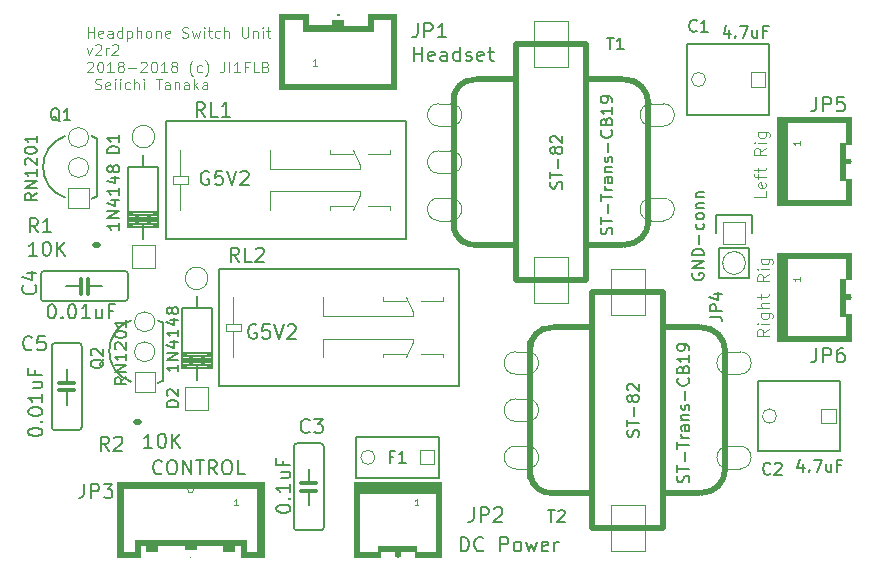
<source format=gto>
G04 #@! TF.GenerationSoftware,KiCad,Pcbnew,(5.0.0)*
G04 #@! TF.CreationDate,2018-11-08T09:59:28+09:00*
G04 #@! TF.ProjectId,Headphone-controler-v2r2,4865616470686F6E652D636F6E74726F,rev?*
G04 #@! TF.SameCoordinates,Original*
G04 #@! TF.FileFunction,Legend,Top*
G04 #@! TF.FilePolarity,Positive*
%FSLAX46Y46*%
G04 Gerber Fmt 4.6, Leading zero omitted, Abs format (unit mm)*
G04 Created by KiCad (PCBNEW (5.0.0)) date 11/08/18 09:59:28*
%MOMM*%
%LPD*%
G01*
G04 APERTURE LIST*
%ADD10C,0.100000*%
%ADD11C,0.150000*%
%ADD12C,0.304800*%
%ADD13C,0.152400*%
%ADD14C,0.127000*%
%ADD15C,0.508000*%
%ADD16C,0.101600*%
%ADD17C,0.500000*%
%ADD18C,0.048768*%
%ADD19C,0.177800*%
G04 APERTURE END LIST*
D10*
X102779285Y-71482142D02*
X102779285Y-70582142D01*
X102779285Y-71010714D02*
X103293571Y-71010714D01*
X103293571Y-71482142D02*
X103293571Y-70582142D01*
X104065000Y-71439285D02*
X103979285Y-71482142D01*
X103807857Y-71482142D01*
X103722142Y-71439285D01*
X103679285Y-71353571D01*
X103679285Y-71010714D01*
X103722142Y-70925000D01*
X103807857Y-70882142D01*
X103979285Y-70882142D01*
X104065000Y-70925000D01*
X104107857Y-71010714D01*
X104107857Y-71096428D01*
X103679285Y-71182142D01*
X104879285Y-71482142D02*
X104879285Y-71010714D01*
X104836428Y-70925000D01*
X104750714Y-70882142D01*
X104579285Y-70882142D01*
X104493571Y-70925000D01*
X104879285Y-71439285D02*
X104793571Y-71482142D01*
X104579285Y-71482142D01*
X104493571Y-71439285D01*
X104450714Y-71353571D01*
X104450714Y-71267857D01*
X104493571Y-71182142D01*
X104579285Y-71139285D01*
X104793571Y-71139285D01*
X104879285Y-71096428D01*
X105693571Y-71482142D02*
X105693571Y-70582142D01*
X105693571Y-71439285D02*
X105607857Y-71482142D01*
X105436428Y-71482142D01*
X105350714Y-71439285D01*
X105307857Y-71396428D01*
X105265000Y-71310714D01*
X105265000Y-71053571D01*
X105307857Y-70967857D01*
X105350714Y-70925000D01*
X105436428Y-70882142D01*
X105607857Y-70882142D01*
X105693571Y-70925000D01*
X106122142Y-70882142D02*
X106122142Y-71782142D01*
X106122142Y-70925000D02*
X106207857Y-70882142D01*
X106379285Y-70882142D01*
X106465000Y-70925000D01*
X106507857Y-70967857D01*
X106550714Y-71053571D01*
X106550714Y-71310714D01*
X106507857Y-71396428D01*
X106465000Y-71439285D01*
X106379285Y-71482142D01*
X106207857Y-71482142D01*
X106122142Y-71439285D01*
X106936428Y-71482142D02*
X106936428Y-70582142D01*
X107322142Y-71482142D02*
X107322142Y-71010714D01*
X107279285Y-70925000D01*
X107193571Y-70882142D01*
X107065000Y-70882142D01*
X106979285Y-70925000D01*
X106936428Y-70967857D01*
X107879285Y-71482142D02*
X107793571Y-71439285D01*
X107750714Y-71396428D01*
X107707857Y-71310714D01*
X107707857Y-71053571D01*
X107750714Y-70967857D01*
X107793571Y-70925000D01*
X107879285Y-70882142D01*
X108007857Y-70882142D01*
X108093571Y-70925000D01*
X108136428Y-70967857D01*
X108179285Y-71053571D01*
X108179285Y-71310714D01*
X108136428Y-71396428D01*
X108093571Y-71439285D01*
X108007857Y-71482142D01*
X107879285Y-71482142D01*
X108565000Y-70882142D02*
X108565000Y-71482142D01*
X108565000Y-70967857D02*
X108607857Y-70925000D01*
X108693571Y-70882142D01*
X108822142Y-70882142D01*
X108907857Y-70925000D01*
X108950714Y-71010714D01*
X108950714Y-71482142D01*
X109722142Y-71439285D02*
X109636428Y-71482142D01*
X109465000Y-71482142D01*
X109379285Y-71439285D01*
X109336428Y-71353571D01*
X109336428Y-71010714D01*
X109379285Y-70925000D01*
X109465000Y-70882142D01*
X109636428Y-70882142D01*
X109722142Y-70925000D01*
X109765000Y-71010714D01*
X109765000Y-71096428D01*
X109336428Y-71182142D01*
X110793571Y-71439285D02*
X110922142Y-71482142D01*
X111136428Y-71482142D01*
X111222142Y-71439285D01*
X111265000Y-71396428D01*
X111307857Y-71310714D01*
X111307857Y-71225000D01*
X111265000Y-71139285D01*
X111222142Y-71096428D01*
X111136428Y-71053571D01*
X110965000Y-71010714D01*
X110879285Y-70967857D01*
X110836428Y-70925000D01*
X110793571Y-70839285D01*
X110793571Y-70753571D01*
X110836428Y-70667857D01*
X110879285Y-70625000D01*
X110965000Y-70582142D01*
X111179285Y-70582142D01*
X111307857Y-70625000D01*
X111607857Y-70882142D02*
X111779285Y-71482142D01*
X111950714Y-71053571D01*
X112122142Y-71482142D01*
X112293571Y-70882142D01*
X112636428Y-71482142D02*
X112636428Y-70882142D01*
X112636428Y-70582142D02*
X112593571Y-70625000D01*
X112636428Y-70667857D01*
X112679285Y-70625000D01*
X112636428Y-70582142D01*
X112636428Y-70667857D01*
X112936428Y-70882142D02*
X113279285Y-70882142D01*
X113065000Y-70582142D02*
X113065000Y-71353571D01*
X113107857Y-71439285D01*
X113193571Y-71482142D01*
X113279285Y-71482142D01*
X113965000Y-71439285D02*
X113879285Y-71482142D01*
X113707857Y-71482142D01*
X113622142Y-71439285D01*
X113579285Y-71396428D01*
X113536428Y-71310714D01*
X113536428Y-71053571D01*
X113579285Y-70967857D01*
X113622142Y-70925000D01*
X113707857Y-70882142D01*
X113879285Y-70882142D01*
X113965000Y-70925000D01*
X114350714Y-71482142D02*
X114350714Y-70582142D01*
X114736428Y-71482142D02*
X114736428Y-71010714D01*
X114693571Y-70925000D01*
X114607857Y-70882142D01*
X114479285Y-70882142D01*
X114393571Y-70925000D01*
X114350714Y-70967857D01*
X115850714Y-70582142D02*
X115850714Y-71310714D01*
X115893571Y-71396428D01*
X115936428Y-71439285D01*
X116022142Y-71482142D01*
X116193571Y-71482142D01*
X116279285Y-71439285D01*
X116322142Y-71396428D01*
X116365000Y-71310714D01*
X116365000Y-70582142D01*
X116793571Y-70882142D02*
X116793571Y-71482142D01*
X116793571Y-70967857D02*
X116836428Y-70925000D01*
X116922142Y-70882142D01*
X117050714Y-70882142D01*
X117136428Y-70925000D01*
X117179285Y-71010714D01*
X117179285Y-71482142D01*
X117607857Y-71482142D02*
X117607857Y-70882142D01*
X117607857Y-70582142D02*
X117565000Y-70625000D01*
X117607857Y-70667857D01*
X117650714Y-70625000D01*
X117607857Y-70582142D01*
X117607857Y-70667857D01*
X117907857Y-70882142D02*
X118250714Y-70882142D01*
X118036428Y-70582142D02*
X118036428Y-71353571D01*
X118079285Y-71439285D01*
X118165000Y-71482142D01*
X118250714Y-71482142D01*
X102693571Y-72332142D02*
X102907857Y-72932142D01*
X103122142Y-72332142D01*
X103422142Y-72117857D02*
X103465000Y-72075000D01*
X103550714Y-72032142D01*
X103765000Y-72032142D01*
X103850714Y-72075000D01*
X103893571Y-72117857D01*
X103936428Y-72203571D01*
X103936428Y-72289285D01*
X103893571Y-72417857D01*
X103379285Y-72932142D01*
X103936428Y-72932142D01*
X104322142Y-72932142D02*
X104322142Y-72332142D01*
X104322142Y-72503571D02*
X104365000Y-72417857D01*
X104407857Y-72375000D01*
X104493571Y-72332142D01*
X104579285Y-72332142D01*
X104836428Y-72117857D02*
X104879285Y-72075000D01*
X104965000Y-72032142D01*
X105179285Y-72032142D01*
X105265000Y-72075000D01*
X105307857Y-72117857D01*
X105350714Y-72203571D01*
X105350714Y-72289285D01*
X105307857Y-72417857D01*
X104793571Y-72932142D01*
X105350714Y-72932142D01*
X102736428Y-73567857D02*
X102779285Y-73525000D01*
X102865000Y-73482142D01*
X103079285Y-73482142D01*
X103165000Y-73525000D01*
X103207857Y-73567857D01*
X103250714Y-73653571D01*
X103250714Y-73739285D01*
X103207857Y-73867857D01*
X102693571Y-74382142D01*
X103250714Y-74382142D01*
X103807857Y-73482142D02*
X103893571Y-73482142D01*
X103979285Y-73525000D01*
X104022142Y-73567857D01*
X104065000Y-73653571D01*
X104107857Y-73825000D01*
X104107857Y-74039285D01*
X104065000Y-74210714D01*
X104022142Y-74296428D01*
X103979285Y-74339285D01*
X103893571Y-74382142D01*
X103807857Y-74382142D01*
X103722142Y-74339285D01*
X103679285Y-74296428D01*
X103636428Y-74210714D01*
X103593571Y-74039285D01*
X103593571Y-73825000D01*
X103636428Y-73653571D01*
X103679285Y-73567857D01*
X103722142Y-73525000D01*
X103807857Y-73482142D01*
X104965000Y-74382142D02*
X104450714Y-74382142D01*
X104707857Y-74382142D02*
X104707857Y-73482142D01*
X104622142Y-73610714D01*
X104536428Y-73696428D01*
X104450714Y-73739285D01*
X105479285Y-73867857D02*
X105393571Y-73825000D01*
X105350714Y-73782142D01*
X105307857Y-73696428D01*
X105307857Y-73653571D01*
X105350714Y-73567857D01*
X105393571Y-73525000D01*
X105479285Y-73482142D01*
X105650714Y-73482142D01*
X105736428Y-73525000D01*
X105779285Y-73567857D01*
X105822142Y-73653571D01*
X105822142Y-73696428D01*
X105779285Y-73782142D01*
X105736428Y-73825000D01*
X105650714Y-73867857D01*
X105479285Y-73867857D01*
X105393571Y-73910714D01*
X105350714Y-73953571D01*
X105307857Y-74039285D01*
X105307857Y-74210714D01*
X105350714Y-74296428D01*
X105393571Y-74339285D01*
X105479285Y-74382142D01*
X105650714Y-74382142D01*
X105736428Y-74339285D01*
X105779285Y-74296428D01*
X105822142Y-74210714D01*
X105822142Y-74039285D01*
X105779285Y-73953571D01*
X105736428Y-73910714D01*
X105650714Y-73867857D01*
X106207857Y-74039285D02*
X106893571Y-74039285D01*
X107279285Y-73567857D02*
X107322142Y-73525000D01*
X107407857Y-73482142D01*
X107622142Y-73482142D01*
X107707857Y-73525000D01*
X107750714Y-73567857D01*
X107793571Y-73653571D01*
X107793571Y-73739285D01*
X107750714Y-73867857D01*
X107236428Y-74382142D01*
X107793571Y-74382142D01*
X108350714Y-73482142D02*
X108436428Y-73482142D01*
X108522142Y-73525000D01*
X108565000Y-73567857D01*
X108607857Y-73653571D01*
X108650714Y-73825000D01*
X108650714Y-74039285D01*
X108607857Y-74210714D01*
X108565000Y-74296428D01*
X108522142Y-74339285D01*
X108436428Y-74382142D01*
X108350714Y-74382142D01*
X108265000Y-74339285D01*
X108222142Y-74296428D01*
X108179285Y-74210714D01*
X108136428Y-74039285D01*
X108136428Y-73825000D01*
X108179285Y-73653571D01*
X108222142Y-73567857D01*
X108265000Y-73525000D01*
X108350714Y-73482142D01*
X109507857Y-74382142D02*
X108993571Y-74382142D01*
X109250714Y-74382142D02*
X109250714Y-73482142D01*
X109165000Y-73610714D01*
X109079285Y-73696428D01*
X108993571Y-73739285D01*
X110022142Y-73867857D02*
X109936428Y-73825000D01*
X109893571Y-73782142D01*
X109850714Y-73696428D01*
X109850714Y-73653571D01*
X109893571Y-73567857D01*
X109936428Y-73525000D01*
X110022142Y-73482142D01*
X110193571Y-73482142D01*
X110279285Y-73525000D01*
X110322142Y-73567857D01*
X110365000Y-73653571D01*
X110365000Y-73696428D01*
X110322142Y-73782142D01*
X110279285Y-73825000D01*
X110193571Y-73867857D01*
X110022142Y-73867857D01*
X109936428Y-73910714D01*
X109893571Y-73953571D01*
X109850714Y-74039285D01*
X109850714Y-74210714D01*
X109893571Y-74296428D01*
X109936428Y-74339285D01*
X110022142Y-74382142D01*
X110193571Y-74382142D01*
X110279285Y-74339285D01*
X110322142Y-74296428D01*
X110365000Y-74210714D01*
X110365000Y-74039285D01*
X110322142Y-73953571D01*
X110279285Y-73910714D01*
X110193571Y-73867857D01*
X111693571Y-74725000D02*
X111650714Y-74682142D01*
X111565000Y-74553571D01*
X111522142Y-74467857D01*
X111479285Y-74339285D01*
X111436428Y-74125000D01*
X111436428Y-73953571D01*
X111479285Y-73739285D01*
X111522142Y-73610714D01*
X111565000Y-73525000D01*
X111650714Y-73396428D01*
X111693571Y-73353571D01*
X112422142Y-74339285D02*
X112336428Y-74382142D01*
X112165000Y-74382142D01*
X112079285Y-74339285D01*
X112036428Y-74296428D01*
X111993571Y-74210714D01*
X111993571Y-73953571D01*
X112036428Y-73867857D01*
X112079285Y-73825000D01*
X112165000Y-73782142D01*
X112336428Y-73782142D01*
X112422142Y-73825000D01*
X112722142Y-74725000D02*
X112765000Y-74682142D01*
X112850714Y-74553571D01*
X112893571Y-74467857D01*
X112936428Y-74339285D01*
X112979285Y-74125000D01*
X112979285Y-73953571D01*
X112936428Y-73739285D01*
X112893571Y-73610714D01*
X112850714Y-73525000D01*
X112765000Y-73396428D01*
X112722142Y-73353571D01*
X114350714Y-73482142D02*
X114350714Y-74125000D01*
X114307857Y-74253571D01*
X114222142Y-74339285D01*
X114093571Y-74382142D01*
X114007857Y-74382142D01*
X114779285Y-74382142D02*
X114779285Y-73482142D01*
X115679285Y-74382142D02*
X115165000Y-74382142D01*
X115422142Y-74382142D02*
X115422142Y-73482142D01*
X115336428Y-73610714D01*
X115250714Y-73696428D01*
X115165000Y-73739285D01*
X116365000Y-73910714D02*
X116065000Y-73910714D01*
X116065000Y-74382142D02*
X116065000Y-73482142D01*
X116493571Y-73482142D01*
X117265000Y-74382142D02*
X116836428Y-74382142D01*
X116836428Y-73482142D01*
X117865000Y-73910714D02*
X117993571Y-73953571D01*
X118036428Y-73996428D01*
X118079285Y-74082142D01*
X118079285Y-74210714D01*
X118036428Y-74296428D01*
X117993571Y-74339285D01*
X117907857Y-74382142D01*
X117565000Y-74382142D01*
X117565000Y-73482142D01*
X117865000Y-73482142D01*
X117950714Y-73525000D01*
X117993571Y-73567857D01*
X118036428Y-73653571D01*
X118036428Y-73739285D01*
X117993571Y-73825000D01*
X117950714Y-73867857D01*
X117865000Y-73910714D01*
X117565000Y-73910714D01*
X103422142Y-75789285D02*
X103550714Y-75832142D01*
X103765000Y-75832142D01*
X103850714Y-75789285D01*
X103893571Y-75746428D01*
X103936428Y-75660714D01*
X103936428Y-75575000D01*
X103893571Y-75489285D01*
X103850714Y-75446428D01*
X103765000Y-75403571D01*
X103593571Y-75360714D01*
X103507857Y-75317857D01*
X103465000Y-75275000D01*
X103422142Y-75189285D01*
X103422142Y-75103571D01*
X103465000Y-75017857D01*
X103507857Y-74975000D01*
X103593571Y-74932142D01*
X103807857Y-74932142D01*
X103936428Y-74975000D01*
X104665000Y-75789285D02*
X104579285Y-75832142D01*
X104407857Y-75832142D01*
X104322142Y-75789285D01*
X104279285Y-75703571D01*
X104279285Y-75360714D01*
X104322142Y-75275000D01*
X104407857Y-75232142D01*
X104579285Y-75232142D01*
X104665000Y-75275000D01*
X104707857Y-75360714D01*
X104707857Y-75446428D01*
X104279285Y-75532142D01*
X105093571Y-75832142D02*
X105093571Y-75232142D01*
X105093571Y-74932142D02*
X105050714Y-74975000D01*
X105093571Y-75017857D01*
X105136428Y-74975000D01*
X105093571Y-74932142D01*
X105093571Y-75017857D01*
X105522142Y-75832142D02*
X105522142Y-75232142D01*
X105522142Y-74932142D02*
X105479285Y-74975000D01*
X105522142Y-75017857D01*
X105565000Y-74975000D01*
X105522142Y-74932142D01*
X105522142Y-75017857D01*
X106336428Y-75789285D02*
X106250714Y-75832142D01*
X106079285Y-75832142D01*
X105993571Y-75789285D01*
X105950714Y-75746428D01*
X105907857Y-75660714D01*
X105907857Y-75403571D01*
X105950714Y-75317857D01*
X105993571Y-75275000D01*
X106079285Y-75232142D01*
X106250714Y-75232142D01*
X106336428Y-75275000D01*
X106722142Y-75832142D02*
X106722142Y-74932142D01*
X107107857Y-75832142D02*
X107107857Y-75360714D01*
X107065000Y-75275000D01*
X106979285Y-75232142D01*
X106850714Y-75232142D01*
X106765000Y-75275000D01*
X106722142Y-75317857D01*
X107536428Y-75832142D02*
X107536428Y-75232142D01*
X107536428Y-74932142D02*
X107493571Y-74975000D01*
X107536428Y-75017857D01*
X107579285Y-74975000D01*
X107536428Y-74932142D01*
X107536428Y-75017857D01*
X108522142Y-74932142D02*
X109036428Y-74932142D01*
X108779285Y-75832142D02*
X108779285Y-74932142D01*
X109722142Y-75832142D02*
X109722142Y-75360714D01*
X109679285Y-75275000D01*
X109593571Y-75232142D01*
X109422142Y-75232142D01*
X109336428Y-75275000D01*
X109722142Y-75789285D02*
X109636428Y-75832142D01*
X109422142Y-75832142D01*
X109336428Y-75789285D01*
X109293571Y-75703571D01*
X109293571Y-75617857D01*
X109336428Y-75532142D01*
X109422142Y-75489285D01*
X109636428Y-75489285D01*
X109722142Y-75446428D01*
X110150714Y-75232142D02*
X110150714Y-75832142D01*
X110150714Y-75317857D02*
X110193571Y-75275000D01*
X110279285Y-75232142D01*
X110407857Y-75232142D01*
X110493571Y-75275000D01*
X110536428Y-75360714D01*
X110536428Y-75832142D01*
X111350714Y-75832142D02*
X111350714Y-75360714D01*
X111307857Y-75275000D01*
X111222142Y-75232142D01*
X111050714Y-75232142D01*
X110965000Y-75275000D01*
X111350714Y-75789285D02*
X111265000Y-75832142D01*
X111050714Y-75832142D01*
X110965000Y-75789285D01*
X110922142Y-75703571D01*
X110922142Y-75617857D01*
X110965000Y-75532142D01*
X111050714Y-75489285D01*
X111265000Y-75489285D01*
X111350714Y-75446428D01*
X111779285Y-75832142D02*
X111779285Y-74932142D01*
X111865000Y-75489285D02*
X112122142Y-75832142D01*
X112122142Y-75232142D02*
X111779285Y-75575000D01*
X112893571Y-75832142D02*
X112893571Y-75360714D01*
X112850714Y-75275000D01*
X112765000Y-75232142D01*
X112593571Y-75232142D01*
X112507857Y-75275000D01*
X112893571Y-75789285D02*
X112807857Y-75832142D01*
X112593571Y-75832142D01*
X112507857Y-75789285D01*
X112465000Y-75703571D01*
X112465000Y-75617857D01*
X112507857Y-75532142D01*
X112593571Y-75489285D01*
X112807857Y-75489285D01*
X112893571Y-75446428D01*
D11*
G04 #@! TO.C,F1*
X132500000Y-108750000D02*
X125500000Y-108750000D01*
X125500000Y-108750000D02*
X125500000Y-105250000D01*
X125500000Y-105250000D02*
X132500000Y-105250000D01*
X132500000Y-105250000D02*
X132500000Y-108750000D01*
D10*
G04 #@! TO.C,JP2*
G36*
X128800000Y-115400000D02*
X129300000Y-115400000D01*
X129300000Y-114900000D01*
X128800000Y-114900000D01*
X128800000Y-115400000D01*
G37*
G36*
X125300000Y-110100000D02*
X132800000Y-110100000D01*
X132800000Y-109100000D01*
X125300000Y-109100000D01*
X125300000Y-110100000D01*
G37*
G36*
X132300000Y-115500000D02*
X132800000Y-115500000D01*
X132800000Y-109100000D01*
X132300000Y-109100000D01*
X132300000Y-115500000D01*
G37*
G36*
X125300000Y-115500000D02*
X125800000Y-115500000D01*
X125800000Y-109100000D01*
X125300000Y-109100000D01*
X125300000Y-115500000D01*
G37*
G36*
X125300000Y-115490000D02*
X127600000Y-115490000D01*
X127600000Y-114990000D01*
X125300000Y-114990000D01*
X125300000Y-115490000D01*
G37*
G36*
X130490000Y-115500000D02*
X132790000Y-115500000D01*
X132790000Y-115000000D01*
X130490000Y-115000000D01*
X130490000Y-115500000D01*
G37*
G36*
X127370000Y-115000000D02*
X130620000Y-115000000D01*
X130620000Y-114500000D01*
X127370000Y-114500000D01*
X127370000Y-115000000D01*
G37*
G36*
X129000000Y-115500000D02*
X129100000Y-115500000D01*
X129100000Y-115400000D01*
X129000000Y-115400000D01*
X129000000Y-115500000D01*
G37*
D11*
G04 #@! TO.C,C1*
X160500000Y-78000000D02*
X153500000Y-78000000D01*
X153500000Y-78000000D02*
X153500000Y-72000000D01*
X153500000Y-72000000D02*
X160500000Y-72000000D01*
X160500000Y-72000000D02*
X160500000Y-78000000D01*
G04 #@! TO.C,C2*
X166500000Y-106500000D02*
X159500000Y-106500000D01*
X159500000Y-106500000D02*
X159500000Y-100500000D01*
X159500000Y-100500000D02*
X166500000Y-100500000D01*
X166500000Y-100500000D02*
X166500000Y-106500000D01*
D12*
G04 #@! TO.C,C3*
X122135000Y-109195200D02*
X121500000Y-109195200D01*
X121500000Y-109195200D02*
X120865000Y-109195200D01*
D13*
X121500000Y-109195200D02*
X121500000Y-107976000D01*
D12*
X122135000Y-109830200D02*
X121500000Y-109830200D01*
X121500000Y-109830200D02*
X120865000Y-109830200D01*
D13*
X121500000Y-109830200D02*
X121500000Y-111024000D01*
X122516000Y-105817000D02*
X120484000Y-105817000D01*
X120230000Y-106071000D02*
X120230000Y-112929000D01*
X120484000Y-113183000D02*
X122516000Y-113183000D01*
X122770000Y-112929000D02*
X122770000Y-106071000D01*
X122516000Y-113183000D02*
G75*
G03X122770000Y-112929000I0J254000D01*
G01*
X120484000Y-113183000D02*
G75*
G02X120230000Y-112929000I0J254000D01*
G01*
X120230000Y-106071000D02*
G75*
G02X120484000Y-105817000I254000J0D01*
G01*
X122770000Y-106071000D02*
G75*
G03X122516000Y-105817000I-254000J0D01*
G01*
D12*
G04 #@! TO.C,C4*
X102195200Y-91865000D02*
X102195200Y-92500000D01*
X102195200Y-92500000D02*
X102195200Y-93135000D01*
D13*
X102195200Y-92500000D02*
X100976000Y-92500000D01*
D12*
X102830200Y-91865000D02*
X102830200Y-92500000D01*
X102830200Y-92500000D02*
X102830200Y-93135000D01*
D13*
X102830200Y-92500000D02*
X104024000Y-92500000D01*
X98817000Y-91484000D02*
X98817000Y-93516000D01*
X99071000Y-93770000D02*
X105929000Y-93770000D01*
X106183000Y-93516000D02*
X106183000Y-91484000D01*
X105929000Y-91230000D02*
X99071000Y-91230000D01*
X106183000Y-91484000D02*
G75*
G03X105929000Y-91230000I-254000J0D01*
G01*
X106183000Y-93516000D02*
G75*
G02X105929000Y-93770000I-254000J0D01*
G01*
X99071000Y-93770000D02*
G75*
G02X98817000Y-93516000I0J254000D01*
G01*
X99071000Y-91230000D02*
G75*
G03X98817000Y-91484000I0J-254000D01*
G01*
D12*
G04 #@! TO.C,C5*
X101635000Y-100695200D02*
X101000000Y-100695200D01*
X101000000Y-100695200D02*
X100365000Y-100695200D01*
D13*
X101000000Y-100695200D02*
X101000000Y-99476000D01*
D12*
X101635000Y-101330200D02*
X101000000Y-101330200D01*
X101000000Y-101330200D02*
X100365000Y-101330200D01*
D13*
X101000000Y-101330200D02*
X101000000Y-102524000D01*
X102016000Y-97317000D02*
X99984000Y-97317000D01*
X99730000Y-97571000D02*
X99730000Y-104429000D01*
X99984000Y-104683000D02*
X102016000Y-104683000D01*
X102270000Y-104429000D02*
X102270000Y-97571000D01*
X102016000Y-104683000D02*
G75*
G03X102270000Y-104429000I0J254000D01*
G01*
X99984000Y-104683000D02*
G75*
G02X99730000Y-104429000I0J254000D01*
G01*
X99730000Y-97571000D02*
G75*
G02X99984000Y-97317000I254000J0D01*
G01*
X102270000Y-97571000D02*
G75*
G03X102016000Y-97317000I-254000J0D01*
G01*
D14*
G04 #@! TO.C,JP1*
X124300000Y-70500000D02*
X121400000Y-70500000D01*
D10*
G36*
X124500000Y-70000000D02*
X123500000Y-70000000D01*
X123500000Y-70500000D01*
X124500000Y-70500000D01*
X124500000Y-70000000D01*
G37*
G36*
X129000000Y-75400000D02*
X119000000Y-75400000D01*
X119000000Y-75900000D01*
X129000000Y-75900000D01*
X129000000Y-75400000D01*
G37*
G36*
X129000000Y-69500000D02*
X128500000Y-69500000D01*
X128500000Y-75900000D01*
X129000000Y-75900000D01*
X129000000Y-69500000D01*
G37*
G36*
X119500000Y-69500000D02*
X119000000Y-69500000D01*
X119000000Y-75900000D01*
X119500000Y-75900000D01*
X119500000Y-69500000D01*
G37*
G36*
X129000000Y-69500000D02*
X126500000Y-69500000D01*
X126500000Y-70000000D01*
X129000000Y-70000000D01*
X129000000Y-69500000D01*
G37*
G36*
X121500000Y-69500000D02*
X119000000Y-69500000D01*
X119000000Y-70000000D01*
X121500000Y-70000000D01*
X121500000Y-69500000D01*
G37*
G36*
X127000000Y-69500000D02*
X126500000Y-69500000D01*
X126500000Y-71000000D01*
X127000000Y-71000000D01*
X127000000Y-69500000D01*
G37*
G36*
X126500000Y-70500000D02*
X121000000Y-70500000D01*
X121000000Y-71000000D01*
X126500000Y-71000000D01*
X126500000Y-70500000D01*
G37*
G36*
X121500000Y-69500000D02*
X121000000Y-69500000D01*
X121000000Y-71000000D01*
X121500000Y-71000000D01*
X121500000Y-69500000D01*
G37*
G36*
X124100000Y-69500000D02*
X123900000Y-69500000D01*
X123900000Y-69600000D01*
X124100000Y-69600000D01*
X124100000Y-69500000D01*
G37*
G04 #@! TO.C,JP3*
X111750000Y-109750000D02*
G75*
G03X111750000Y-109750000I-250000J0D01*
G01*
G36*
X111000000Y-114800000D02*
X112000000Y-114800000D01*
X112000000Y-114300000D01*
X111000000Y-114300000D01*
X111000000Y-114800000D01*
G37*
G36*
X105250000Y-109700000D02*
X117750000Y-109700000D01*
X117750000Y-109100000D01*
X105250000Y-109100000D01*
X105250000Y-109700000D01*
G37*
G36*
X105250000Y-115500000D02*
X105850000Y-115500000D01*
X105850000Y-109100000D01*
X105250000Y-109100000D01*
X105250000Y-115500000D01*
G37*
G36*
X117150000Y-115500000D02*
X117750000Y-115500000D01*
X117750000Y-109100000D01*
X117150000Y-109100000D01*
X117150000Y-115500000D01*
G37*
G36*
X115750000Y-115500000D02*
X117750000Y-115500000D01*
X117750000Y-115000000D01*
X115750000Y-115000000D01*
X115750000Y-115500000D01*
G37*
G36*
X115750000Y-115000000D02*
X116250000Y-115000000D01*
X116250000Y-114000000D01*
X115750000Y-114000000D01*
X115750000Y-115000000D01*
G37*
G36*
X105250000Y-115500000D02*
X107250000Y-115500000D01*
X107250000Y-115000000D01*
X105250000Y-115000000D01*
X105250000Y-115500000D01*
G37*
G36*
X106750000Y-115000000D02*
X107250000Y-115000000D01*
X107250000Y-114000000D01*
X106750000Y-114000000D01*
X106750000Y-115000000D01*
G37*
G36*
X107250000Y-114500000D02*
X107750000Y-114500000D01*
X107750000Y-114000000D01*
X107250000Y-114000000D01*
X107250000Y-114500000D01*
G37*
G36*
X107750000Y-115000000D02*
X108750000Y-115000000D01*
X108750000Y-114000000D01*
X107750000Y-114000000D01*
X107750000Y-115000000D01*
G37*
G36*
X108750000Y-114500000D02*
X115750000Y-114500000D01*
X115750000Y-114000000D01*
X108750000Y-114000000D01*
X108750000Y-114500000D01*
G37*
G36*
X114250000Y-115000000D02*
X115250000Y-115000000D01*
X115250000Y-114500000D01*
X114250000Y-114500000D01*
X114250000Y-115000000D01*
G37*
G36*
X111450000Y-115500000D02*
X111550000Y-115500000D01*
X111550000Y-115400000D01*
X111450000Y-115400000D01*
X111450000Y-115500000D01*
G37*
D11*
G04 #@! TO.C,JP4*
X158770000Y-89270000D02*
X158770000Y-91810000D01*
X159050000Y-86450000D02*
X159050000Y-88000000D01*
X158770000Y-89270000D02*
X156230000Y-89270000D01*
X155950000Y-88000000D02*
X155950000Y-86450000D01*
X155950000Y-86450000D02*
X159050000Y-86450000D01*
X156230000Y-89270000D02*
X156230000Y-91810000D01*
X156230000Y-91810000D02*
X158770000Y-91810000D01*
D10*
G04 #@! TO.C,JP5*
G36*
X167400000Y-82200000D02*
X167400000Y-81700000D01*
X166900000Y-81700000D01*
X166900000Y-82200000D01*
X167400000Y-82200000D01*
G37*
G36*
X162100000Y-85700000D02*
X162100000Y-78200000D01*
X161100000Y-78200000D01*
X161100000Y-85700000D01*
X162100000Y-85700000D01*
G37*
G36*
X167500000Y-78700000D02*
X167500000Y-78200000D01*
X161100000Y-78200000D01*
X161100000Y-78700000D01*
X167500000Y-78700000D01*
G37*
G36*
X167500000Y-85700000D02*
X167500000Y-85200000D01*
X161100000Y-85200000D01*
X161100000Y-85700000D01*
X167500000Y-85700000D01*
G37*
G36*
X167490000Y-85700000D02*
X167490000Y-83400000D01*
X166990000Y-83400000D01*
X166990000Y-85700000D01*
X167490000Y-85700000D01*
G37*
G36*
X167500000Y-80510000D02*
X167500000Y-78210000D01*
X167000000Y-78210000D01*
X167000000Y-80510000D01*
X167500000Y-80510000D01*
G37*
G36*
X167000000Y-83630000D02*
X167000000Y-80380000D01*
X166500000Y-80380000D01*
X166500000Y-83630000D01*
X167000000Y-83630000D01*
G37*
G36*
X167500000Y-82000000D02*
X167500000Y-81900000D01*
X167400000Y-81900000D01*
X167400000Y-82000000D01*
X167500000Y-82000000D01*
G37*
G04 #@! TO.C,JP6*
G36*
X167400000Y-93700000D02*
X167400000Y-93200000D01*
X166900000Y-93200000D01*
X166900000Y-93700000D01*
X167400000Y-93700000D01*
G37*
G36*
X162100000Y-97200000D02*
X162100000Y-89700000D01*
X161100000Y-89700000D01*
X161100000Y-97200000D01*
X162100000Y-97200000D01*
G37*
G36*
X167500000Y-90200000D02*
X167500000Y-89700000D01*
X161100000Y-89700000D01*
X161100000Y-90200000D01*
X167500000Y-90200000D01*
G37*
G36*
X167500000Y-97200000D02*
X167500000Y-96700000D01*
X161100000Y-96700000D01*
X161100000Y-97200000D01*
X167500000Y-97200000D01*
G37*
G36*
X167490000Y-97200000D02*
X167490000Y-94900000D01*
X166990000Y-94900000D01*
X166990000Y-97200000D01*
X167490000Y-97200000D01*
G37*
G36*
X167500000Y-92010000D02*
X167500000Y-89710000D01*
X167000000Y-89710000D01*
X167000000Y-92010000D01*
X167500000Y-92010000D01*
G37*
G36*
X167000000Y-95130000D02*
X167000000Y-91880000D01*
X166500000Y-91880000D01*
X166500000Y-95130000D01*
X167000000Y-95130000D01*
G37*
G36*
X167500000Y-93500000D02*
X167500000Y-93400000D01*
X167400000Y-93400000D01*
X167400000Y-93500000D01*
X167500000Y-93500000D01*
G37*
D11*
G04 #@! TO.C,Q1*
X103550000Y-80000000D02*
X103550000Y-84900000D01*
X103094610Y-85105127D02*
G75*
G03X103550000Y-84900000I-944610J2705127D01*
G01*
X103537812Y-79995783D02*
G75*
G03X103100000Y-79800000I-1337812J-2404217D01*
G01*
X100858490Y-79797077D02*
G75*
G03X100850000Y-85000000I891510J-2602923D01*
G01*
G04 #@! TO.C,Q2*
X109150000Y-95600000D02*
X109150000Y-100500000D01*
X108694610Y-100705127D02*
G75*
G03X109150000Y-100500000I-944610J2705127D01*
G01*
X109137812Y-95595783D02*
G75*
G03X108700000Y-95400000I-1337812J-2404217D01*
G01*
X106458490Y-95397077D02*
G75*
G03X106450000Y-100600000I891510J-2602923D01*
G01*
D15*
G04 #@! TO.C,R1*
X103373000Y-89000000D02*
X103627000Y-89000000D01*
G04 #@! TO.C,R2*
X106873000Y-104000000D02*
X107127000Y-104000000D01*
D13*
G04 #@! TO.C,RL1*
X109401000Y-88479000D02*
X129701000Y-88479000D01*
X129701000Y-78548000D02*
X109401000Y-78548000D01*
X109401000Y-88479000D02*
X109401000Y-78548000D01*
X129701000Y-88479000D02*
X129701000Y-78548000D01*
D16*
X110610000Y-80960000D02*
X110610000Y-83182500D01*
X110610000Y-83182500D02*
X109975000Y-83182500D01*
X109975000Y-83182500D02*
X109975000Y-83817500D01*
X109975000Y-83817500D02*
X110610000Y-83817500D01*
X110610000Y-83817500D02*
X111245000Y-83817500D01*
X111245000Y-83817500D02*
X111245000Y-83182500D01*
X111245000Y-83182500D02*
X110610000Y-83182500D01*
X110610000Y-83817500D02*
X110610000Y-86040000D01*
X118230000Y-86040000D02*
X118230000Y-84452500D01*
X118230000Y-84452500D02*
X125850000Y-84452500D01*
X125850000Y-84452500D02*
X125850000Y-84770000D01*
X125850000Y-84770000D02*
X125215000Y-86040000D01*
X125215000Y-85722500D02*
X123310000Y-85722500D01*
X123310000Y-85722500D02*
X123310000Y-86040000D01*
X126485000Y-85722500D02*
X128390000Y-85722500D01*
X128390000Y-85722500D02*
X128390000Y-86040000D01*
X118230000Y-80960000D02*
X118230000Y-82547500D01*
X118230000Y-82547500D02*
X125850000Y-82547500D01*
X125850000Y-82547500D02*
X125850000Y-82230000D01*
X125850000Y-82230000D02*
X125215000Y-80960000D01*
X125215000Y-81277500D02*
X123310000Y-81277500D01*
X123310000Y-81277500D02*
X123310000Y-80960000D01*
X126485000Y-81277500D02*
X128390000Y-81277500D01*
X128390000Y-81277500D02*
X128390000Y-80960000D01*
D13*
G04 #@! TO.C,RL2*
X113901000Y-100979000D02*
X134201000Y-100979000D01*
X134201000Y-91048000D02*
X113901000Y-91048000D01*
X113901000Y-100979000D02*
X113901000Y-91048000D01*
X134201000Y-100979000D02*
X134201000Y-91048000D01*
D16*
X115110000Y-93460000D02*
X115110000Y-95682500D01*
X115110000Y-95682500D02*
X114475000Y-95682500D01*
X114475000Y-95682500D02*
X114475000Y-96317500D01*
X114475000Y-96317500D02*
X115110000Y-96317500D01*
X115110000Y-96317500D02*
X115745000Y-96317500D01*
X115745000Y-96317500D02*
X115745000Y-95682500D01*
X115745000Y-95682500D02*
X115110000Y-95682500D01*
X115110000Y-96317500D02*
X115110000Y-98540000D01*
X122730000Y-98540000D02*
X122730000Y-96952500D01*
X122730000Y-96952500D02*
X130350000Y-96952500D01*
X130350000Y-96952500D02*
X130350000Y-97270000D01*
X130350000Y-97270000D02*
X129715000Y-98540000D01*
X129715000Y-98222500D02*
X127810000Y-98222500D01*
X127810000Y-98222500D02*
X127810000Y-98540000D01*
X130985000Y-98222500D02*
X132890000Y-98222500D01*
X132890000Y-98222500D02*
X132890000Y-98540000D01*
X122730000Y-93460000D02*
X122730000Y-95047500D01*
X122730000Y-95047500D02*
X130350000Y-95047500D01*
X130350000Y-95047500D02*
X130350000Y-94730000D01*
X130350000Y-94730000D02*
X129715000Y-93460000D01*
X129715000Y-93777500D02*
X127810000Y-93777500D01*
X127810000Y-93777500D02*
X127810000Y-93460000D01*
X130985000Y-93777500D02*
X132890000Y-93777500D01*
X132890000Y-93777500D02*
X132890000Y-93460000D01*
D17*
G04 #@! TO.C,T1*
X150250000Y-77000000D02*
G75*
G03X148250000Y-75000000I-2000000J0D01*
G01*
X148250000Y-89000000D02*
G75*
G03X150250000Y-87000000I0J2000000D01*
G01*
X148000000Y-89000000D02*
X145000000Y-89000000D01*
X145000000Y-75000000D02*
X148000000Y-75000000D01*
X150250000Y-77000000D02*
X150250000Y-87000000D01*
X135500000Y-75000000D02*
G75*
G03X133750000Y-76750000I0J-1750000D01*
G01*
X133750000Y-87500000D02*
G75*
G03X135750000Y-89000000I1750000J250000D01*
G01*
X133750000Y-82000000D02*
X133750000Y-87750000D01*
X133750000Y-82000000D02*
X133750000Y-76250000D01*
X139000000Y-89000000D02*
X135750000Y-89000000D01*
X139000000Y-75000000D02*
X136000000Y-75000000D01*
X136000000Y-75000000D02*
X135750000Y-75000000D01*
X145000000Y-72000000D02*
X145000000Y-92000000D01*
X145000000Y-92000000D02*
X139000000Y-92000000D01*
X139000000Y-92000000D02*
X139000000Y-72000000D01*
X139000000Y-72000000D02*
X145000000Y-72000000D01*
G04 #@! TO.C,T2*
X156750000Y-98000000D02*
G75*
G03X154750000Y-96000000I-2000000J0D01*
G01*
X154750000Y-110000000D02*
G75*
G03X156750000Y-108000000I0J2000000D01*
G01*
X154500000Y-110000000D02*
X151500000Y-110000000D01*
X151500000Y-96000000D02*
X154500000Y-96000000D01*
X156750000Y-98000000D02*
X156750000Y-108000000D01*
X142000000Y-96000000D02*
G75*
G03X140250000Y-97750000I0J-1750000D01*
G01*
X140250000Y-108500000D02*
G75*
G03X142250000Y-110000000I1750000J250000D01*
G01*
X140250000Y-103000000D02*
X140250000Y-108750000D01*
X140250000Y-103000000D02*
X140250000Y-97250000D01*
X145500000Y-110000000D02*
X142250000Y-110000000D01*
X145500000Y-96000000D02*
X142500000Y-96000000D01*
X142500000Y-96000000D02*
X142250000Y-96000000D01*
X151500000Y-93000000D02*
X151500000Y-113000000D01*
X151500000Y-113000000D02*
X145500000Y-113000000D01*
X145500000Y-113000000D02*
X145500000Y-93000000D01*
X145500000Y-93000000D02*
X151500000Y-93000000D01*
D11*
G04 #@! TO.C,D1*
X107497460Y-82380000D02*
X107497460Y-81364000D01*
X107497460Y-87206000D02*
X107497460Y-88476000D01*
X106227460Y-86952000D02*
X108767460Y-86952000D01*
X106227460Y-86698000D02*
X108767460Y-86698000D01*
X106227460Y-86444000D02*
X108767460Y-86444000D01*
X106227460Y-87206000D02*
X108767460Y-87206000D01*
X106227460Y-86190000D02*
X108767460Y-87460000D01*
X106227460Y-87460000D02*
X108767460Y-86190000D01*
X106227460Y-86190000D02*
X108767460Y-86190000D01*
X106227460Y-86825000D02*
X108767460Y-86825000D01*
X108767460Y-87460000D02*
X106227460Y-87460000D01*
X106227460Y-87460000D02*
X106227460Y-82380000D01*
X106227460Y-82380000D02*
X108767460Y-82380000D01*
X108767460Y-82380000D02*
X108767460Y-87460000D01*
G04 #@! TO.C,D2*
X111997460Y-94380000D02*
X111997460Y-93364000D01*
X111997460Y-99206000D02*
X111997460Y-100476000D01*
X110727460Y-98952000D02*
X113267460Y-98952000D01*
X110727460Y-98698000D02*
X113267460Y-98698000D01*
X110727460Y-98444000D02*
X113267460Y-98444000D01*
X110727460Y-99206000D02*
X113267460Y-99206000D01*
X110727460Y-98190000D02*
X113267460Y-99460000D01*
X110727460Y-99460000D02*
X113267460Y-98190000D01*
X110727460Y-98190000D02*
X113267460Y-98190000D01*
X110727460Y-98825000D02*
X113267460Y-98825000D01*
X113267460Y-99460000D02*
X110727460Y-99460000D01*
X110727460Y-99460000D02*
X110727460Y-94380000D01*
X110727460Y-94380000D02*
X113267460Y-94380000D01*
X113267460Y-94380000D02*
X113267460Y-99460000D01*
G04 #@! TD*
D10*
G04 #@! TO.C,F1*
X130900000Y-106400000D02*
X130900000Y-107600000D01*
X132100000Y-107600000D01*
X132100000Y-106400000D01*
X130900000Y-106400000D01*
X127100000Y-107000000D02*
G75*
G03X127100000Y-107000000I-600000J0D01*
G01*
G04 #@! TD*
G04 #@! TO.C,C1*
X158900000Y-74400000D02*
X158900000Y-75600000D01*
X160100000Y-75600000D01*
X160100000Y-74400000D01*
X158900000Y-74400000D01*
X155100000Y-75000000D02*
G75*
G03X155100000Y-75000000I-600000J0D01*
G01*
G04 #@! TD*
G04 #@! TO.C,C2*
X164900000Y-102900000D02*
X164900000Y-104100000D01*
X166100000Y-104100000D01*
X166100000Y-102900000D01*
X164900000Y-102900000D01*
X161100000Y-103500000D02*
G75*
G03X161100000Y-103500000I-600000J0D01*
G01*
G04 #@! TD*
G04 #@! TO.C,JP4*
X156534000Y-87034000D02*
X156534000Y-88966000D01*
X158466000Y-88966000D01*
X158466000Y-87034000D01*
X156534000Y-87034000D01*
X156534000Y-90540000D02*
X156534000Y-90540000D01*
X158466000Y-90540000D02*
X158466000Y-90540000D01*
X156534000Y-90540000D02*
G75*
G03X158466000Y-90540000I966000J0D01*
G01*
X158466000Y-90540000D02*
G75*
G03X156534000Y-90540000I-966000J0D01*
G01*
G04 #@! TD*
G04 #@! TO.C,Q1*
X101150000Y-84150000D02*
X101150000Y-85850000D01*
X102850000Y-85850000D01*
X102850000Y-84150000D01*
X101150000Y-84150000D01*
X102850000Y-82460000D02*
G75*
G03X102850000Y-82460000I-850000J0D01*
G01*
X102850000Y-79920000D02*
G75*
G03X102850000Y-79920000I-850000J0D01*
G01*
G04 #@! TD*
G04 #@! TO.C,Q2*
X106750000Y-99750000D02*
X106750000Y-101450000D01*
X108450000Y-101450000D01*
X108450000Y-99750000D01*
X106750000Y-99750000D01*
X108450000Y-98060000D02*
G75*
G03X108450000Y-98060000I-850000J0D01*
G01*
X108450000Y-95520000D02*
G75*
G03X108450000Y-95520000I-850000J0D01*
G01*
G04 #@! TD*
G04 #@! TO.C,T1*
X140550000Y-90050000D02*
X140550000Y-93950000D01*
X143450000Y-93950000D01*
X143450000Y-90050000D01*
X140550000Y-90050000D01*
X133500000Y-77050000D02*
X132500000Y-77050000D01*
X133500000Y-78950000D02*
X132500000Y-78950000D01*
X132500000Y-77050000D02*
G75*
G03X132500000Y-78950000I0J-950000D01*
G01*
X133500000Y-78950000D02*
G75*
G03X133500000Y-77050000I0J950000D01*
G01*
X133500000Y-85050000D02*
X132500000Y-85050000D01*
X133500000Y-86950000D02*
X132500000Y-86950000D01*
X132500000Y-85050000D02*
G75*
G03X132500000Y-86950000I0J-950000D01*
G01*
X133500000Y-86950000D02*
G75*
G03X133500000Y-85050000I0J950000D01*
G01*
X151500000Y-77050000D02*
X150500000Y-77050000D01*
X151500000Y-78950000D02*
X150500000Y-78950000D01*
X150500000Y-77050000D02*
G75*
G03X150500000Y-78950000I0J-950000D01*
G01*
X151500000Y-78950000D02*
G75*
G03X151500000Y-77050000I0J950000D01*
G01*
X133500000Y-81050000D02*
X132500000Y-81050000D01*
X133500000Y-82950000D02*
X132500000Y-82950000D01*
X132500000Y-81050000D02*
G75*
G03X132500000Y-82950000I0J-950000D01*
G01*
X133500000Y-82950000D02*
G75*
G03X133500000Y-81050000I0J950000D01*
G01*
X151500000Y-85050000D02*
X150500000Y-85050000D01*
X151500000Y-86950000D02*
X150500000Y-86950000D01*
X150500000Y-85050000D02*
G75*
G03X150500000Y-86950000I0J-950000D01*
G01*
X151500000Y-86950000D02*
G75*
G03X151500000Y-85050000I0J950000D01*
G01*
X140550000Y-70050000D02*
X140550000Y-73950000D01*
X143450000Y-73950000D01*
X143450000Y-70050000D01*
X140550000Y-70050000D01*
G04 #@! TD*
G04 #@! TO.C,T2*
X147050000Y-111050000D02*
X147050000Y-114950000D01*
X149950000Y-114950000D01*
X149950000Y-111050000D01*
X147050000Y-111050000D01*
X140000000Y-98050000D02*
X139000000Y-98050000D01*
X140000000Y-99950000D02*
X139000000Y-99950000D01*
X139000000Y-98050000D02*
G75*
G03X139000000Y-99950000I0J-950000D01*
G01*
X140000000Y-99950000D02*
G75*
G03X140000000Y-98050000I0J950000D01*
G01*
X140000000Y-106050000D02*
X139000000Y-106050000D01*
X140000000Y-107950000D02*
X139000000Y-107950000D01*
X139000000Y-106050000D02*
G75*
G03X139000000Y-107950000I0J-950000D01*
G01*
X140000000Y-107950000D02*
G75*
G03X140000000Y-106050000I0J950000D01*
G01*
X158000000Y-98050000D02*
X157000000Y-98050000D01*
X158000000Y-99950000D02*
X157000000Y-99950000D01*
X157000000Y-98050000D02*
G75*
G03X157000000Y-99950000I0J-950000D01*
G01*
X158000000Y-99950000D02*
G75*
G03X158000000Y-98050000I0J950000D01*
G01*
X140000000Y-102050000D02*
X139000000Y-102050000D01*
X140000000Y-103950000D02*
X139000000Y-103950000D01*
X139000000Y-102050000D02*
G75*
G03X139000000Y-103950000I0J-950000D01*
G01*
X140000000Y-103950000D02*
G75*
G03X140000000Y-102050000I0J950000D01*
G01*
X158000000Y-106050000D02*
X157000000Y-106050000D01*
X158000000Y-107950000D02*
X157000000Y-107950000D01*
X157000000Y-106050000D02*
G75*
G03X157000000Y-107950000I0J-950000D01*
G01*
X158000000Y-107950000D02*
G75*
G03X158000000Y-106050000I0J950000D01*
G01*
X147050000Y-91050000D02*
X147050000Y-94950000D01*
X149950000Y-94950000D01*
X149950000Y-91050000D01*
X147050000Y-91050000D01*
G04 #@! TD*
G04 #@! TO.C,D1*
X108446950Y-79840000D02*
G75*
G03X108446950Y-79840000I-949490J0D01*
G01*
X106547970Y-89050510D02*
X106547970Y-90949490D01*
X108446950Y-90949490D01*
X108446950Y-89050510D01*
X106547970Y-89050510D01*
G04 #@! TD*
G04 #@! TO.C,D2*
X112946950Y-91840000D02*
G75*
G03X112946950Y-91840000I-949490J0D01*
G01*
X111047970Y-101050510D02*
X111047970Y-102949490D01*
X112946950Y-102949490D01*
X112946950Y-101050510D01*
X111047970Y-101050510D01*
G04 #@! TD*
G04 #@! TO.C,F1*
D11*
X128666666Y-106928571D02*
X128333333Y-106928571D01*
X128333333Y-107452380D02*
X128333333Y-106452380D01*
X128809523Y-106452380D01*
X129714285Y-107452380D02*
X129142857Y-107452380D01*
X129428571Y-107452380D02*
X129428571Y-106452380D01*
X129333333Y-106595238D01*
X129238095Y-106690476D01*
X129142857Y-106738095D01*
G04 #@! TO.C,JP2*
D14*
X135464526Y-111236047D02*
X135464526Y-112097833D01*
X135407073Y-112270190D01*
X135292169Y-112385095D01*
X135119811Y-112442547D01*
X135004907Y-112442547D01*
X136039050Y-112442547D02*
X136039050Y-111236047D01*
X136498669Y-111236047D01*
X136613573Y-111293500D01*
X136671026Y-111350952D01*
X136728478Y-111465857D01*
X136728478Y-111638214D01*
X136671026Y-111753119D01*
X136613573Y-111810571D01*
X136498669Y-111868023D01*
X136039050Y-111868023D01*
X137188097Y-111350952D02*
X137245550Y-111293500D01*
X137360454Y-111236047D01*
X137647716Y-111236047D01*
X137762621Y-111293500D01*
X137820073Y-111350952D01*
X137877526Y-111465857D01*
X137877526Y-111580761D01*
X137820073Y-111753119D01*
X137130645Y-112442547D01*
X137877526Y-112442547D01*
X134369811Y-114942547D02*
X134369811Y-113736047D01*
X134657073Y-113736047D01*
X134829430Y-113793500D01*
X134944335Y-113908404D01*
X135001788Y-114023309D01*
X135059240Y-114253119D01*
X135059240Y-114425476D01*
X135001788Y-114655285D01*
X134944335Y-114770190D01*
X134829430Y-114885095D01*
X134657073Y-114942547D01*
X134369811Y-114942547D01*
X136265740Y-114827642D02*
X136208288Y-114885095D01*
X136035930Y-114942547D01*
X135921026Y-114942547D01*
X135748669Y-114885095D01*
X135633764Y-114770190D01*
X135576311Y-114655285D01*
X135518859Y-114425476D01*
X135518859Y-114253119D01*
X135576311Y-114023309D01*
X135633764Y-113908404D01*
X135748669Y-113793500D01*
X135921026Y-113736047D01*
X136035930Y-113736047D01*
X136208288Y-113793500D01*
X136265740Y-113850952D01*
X137702050Y-114942547D02*
X137702050Y-113736047D01*
X138161669Y-113736047D01*
X138276573Y-113793500D01*
X138334026Y-113850952D01*
X138391478Y-113965857D01*
X138391478Y-114138214D01*
X138334026Y-114253119D01*
X138276573Y-114310571D01*
X138161669Y-114368023D01*
X137702050Y-114368023D01*
X139080907Y-114942547D02*
X138966002Y-114885095D01*
X138908550Y-114827642D01*
X138851097Y-114712738D01*
X138851097Y-114368023D01*
X138908550Y-114253119D01*
X138966002Y-114195666D01*
X139080907Y-114138214D01*
X139253264Y-114138214D01*
X139368169Y-114195666D01*
X139425621Y-114253119D01*
X139483073Y-114368023D01*
X139483073Y-114712738D01*
X139425621Y-114827642D01*
X139368169Y-114885095D01*
X139253264Y-114942547D01*
X139080907Y-114942547D01*
X139885240Y-114138214D02*
X140115050Y-114942547D01*
X140344859Y-114368023D01*
X140574669Y-114942547D01*
X140804478Y-114138214D01*
X141723716Y-114885095D02*
X141608811Y-114942547D01*
X141379002Y-114942547D01*
X141264097Y-114885095D01*
X141206645Y-114770190D01*
X141206645Y-114310571D01*
X141264097Y-114195666D01*
X141379002Y-114138214D01*
X141608811Y-114138214D01*
X141723716Y-114195666D01*
X141781169Y-114310571D01*
X141781169Y-114425476D01*
X141206645Y-114540380D01*
X142298240Y-114942547D02*
X142298240Y-114138214D01*
X142298240Y-114368023D02*
X142355692Y-114253119D01*
X142413145Y-114195666D01*
X142528050Y-114138214D01*
X142642954Y-114138214D01*
D18*
X130782933Y-111072422D02*
X130452007Y-111072422D01*
X130617470Y-111072422D02*
X130617470Y-110493302D01*
X130562316Y-110576034D01*
X130507162Y-110631188D01*
X130452007Y-110658765D01*
G04 #@! TO.C,C1*
D11*
X154333333Y-70857142D02*
X154285714Y-70904761D01*
X154142857Y-70952380D01*
X154047619Y-70952380D01*
X153904761Y-70904761D01*
X153809523Y-70809523D01*
X153761904Y-70714285D01*
X153714285Y-70523809D01*
X153714285Y-70380952D01*
X153761904Y-70190476D01*
X153809523Y-70095238D01*
X153904761Y-70000000D01*
X154047619Y-69952380D01*
X154142857Y-69952380D01*
X154285714Y-70000000D01*
X154333333Y-70047619D01*
X155285714Y-70952380D02*
X154714285Y-70952380D01*
X155000000Y-70952380D02*
X155000000Y-69952380D01*
X154904761Y-70095238D01*
X154809523Y-70190476D01*
X154714285Y-70238095D01*
X157095238Y-70785714D02*
X157095238Y-71452380D01*
X156857142Y-70404761D02*
X156619047Y-71119047D01*
X157238095Y-71119047D01*
X157619047Y-71357142D02*
X157666666Y-71404761D01*
X157619047Y-71452380D01*
X157571428Y-71404761D01*
X157619047Y-71357142D01*
X157619047Y-71452380D01*
X158000000Y-70452380D02*
X158666666Y-70452380D01*
X158238095Y-71452380D01*
X159476190Y-70785714D02*
X159476190Y-71452380D01*
X159047619Y-70785714D02*
X159047619Y-71309523D01*
X159095238Y-71404761D01*
X159190476Y-71452380D01*
X159333333Y-71452380D01*
X159428571Y-71404761D01*
X159476190Y-71357142D01*
X160285714Y-70928571D02*
X159952380Y-70928571D01*
X159952380Y-71452380D02*
X159952380Y-70452380D01*
X160428571Y-70452380D01*
G04 #@! TO.C,C2*
X160583333Y-108357142D02*
X160535714Y-108404761D01*
X160392857Y-108452380D01*
X160297619Y-108452380D01*
X160154761Y-108404761D01*
X160059523Y-108309523D01*
X160011904Y-108214285D01*
X159964285Y-108023809D01*
X159964285Y-107880952D01*
X160011904Y-107690476D01*
X160059523Y-107595238D01*
X160154761Y-107500000D01*
X160297619Y-107452380D01*
X160392857Y-107452380D01*
X160535714Y-107500000D01*
X160583333Y-107547619D01*
X160964285Y-107547619D02*
X161011904Y-107500000D01*
X161107142Y-107452380D01*
X161345238Y-107452380D01*
X161440476Y-107500000D01*
X161488095Y-107547619D01*
X161535714Y-107642857D01*
X161535714Y-107738095D01*
X161488095Y-107880952D01*
X160916666Y-108452380D01*
X161535714Y-108452380D01*
X163345238Y-107535714D02*
X163345238Y-108202380D01*
X163107142Y-107154761D02*
X162869047Y-107869047D01*
X163488095Y-107869047D01*
X163869047Y-108107142D02*
X163916666Y-108154761D01*
X163869047Y-108202380D01*
X163821428Y-108154761D01*
X163869047Y-108107142D01*
X163869047Y-108202380D01*
X164250000Y-107202380D02*
X164916666Y-107202380D01*
X164488095Y-108202380D01*
X165726190Y-107535714D02*
X165726190Y-108202380D01*
X165297619Y-107535714D02*
X165297619Y-108059523D01*
X165345238Y-108154761D01*
X165440476Y-108202380D01*
X165583333Y-108202380D01*
X165678571Y-108154761D01*
X165726190Y-108107142D01*
X166535714Y-107678571D02*
X166202380Y-107678571D01*
X166202380Y-108202380D02*
X166202380Y-107202380D01*
X166678571Y-107202380D01*
G04 #@! TO.C,C3*
D14*
X121559240Y-104827642D02*
X121501788Y-104885095D01*
X121329430Y-104942547D01*
X121214526Y-104942547D01*
X121042169Y-104885095D01*
X120927264Y-104770190D01*
X120869811Y-104655285D01*
X120812359Y-104425476D01*
X120812359Y-104253119D01*
X120869811Y-104023309D01*
X120927264Y-103908404D01*
X121042169Y-103793500D01*
X121214526Y-103736047D01*
X121329430Y-103736047D01*
X121501788Y-103793500D01*
X121559240Y-103850952D01*
X121961407Y-103736047D02*
X122708288Y-103736047D01*
X122306121Y-104195666D01*
X122478478Y-104195666D01*
X122593383Y-104253119D01*
X122650835Y-104310571D01*
X122708288Y-104425476D01*
X122708288Y-104712738D01*
X122650835Y-104827642D01*
X122593383Y-104885095D01*
X122478478Y-104942547D01*
X122133764Y-104942547D01*
X122018859Y-104885095D01*
X121961407Y-104827642D01*
X118736047Y-111400378D02*
X118736047Y-111285473D01*
X118793500Y-111170569D01*
X118850952Y-111113116D01*
X118965857Y-111055664D01*
X119195666Y-110998211D01*
X119482928Y-110998211D01*
X119712738Y-111055664D01*
X119827642Y-111113116D01*
X119885095Y-111170569D01*
X119942547Y-111285473D01*
X119942547Y-111400378D01*
X119885095Y-111515283D01*
X119827642Y-111572735D01*
X119712738Y-111630188D01*
X119482928Y-111687640D01*
X119195666Y-111687640D01*
X118965857Y-111630188D01*
X118850952Y-111572735D01*
X118793500Y-111515283D01*
X118736047Y-111400378D01*
X119827642Y-110481140D02*
X119885095Y-110423688D01*
X119942547Y-110481140D01*
X119885095Y-110538592D01*
X119827642Y-110481140D01*
X119942547Y-110481140D01*
X119942547Y-109274640D02*
X119942547Y-109964069D01*
X119942547Y-109619354D02*
X118736047Y-109619354D01*
X118908404Y-109734259D01*
X119023309Y-109849164D01*
X119080761Y-109964069D01*
X119138214Y-108240497D02*
X119942547Y-108240497D01*
X119138214Y-108757569D02*
X119770190Y-108757569D01*
X119885095Y-108700116D01*
X119942547Y-108585211D01*
X119942547Y-108412854D01*
X119885095Y-108297950D01*
X119827642Y-108240497D01*
X119310571Y-107263807D02*
X119310571Y-107665973D01*
X119942547Y-107665973D02*
X118736047Y-107665973D01*
X118736047Y-107091450D01*
G04 #@! TO.C,C4*
X98327642Y-92440759D02*
X98385095Y-92498211D01*
X98442547Y-92670569D01*
X98442547Y-92785473D01*
X98385095Y-92957830D01*
X98270190Y-93072735D01*
X98155285Y-93130188D01*
X97925476Y-93187640D01*
X97753119Y-93187640D01*
X97523309Y-93130188D01*
X97408404Y-93072735D01*
X97293500Y-92957830D01*
X97236047Y-92785473D01*
X97236047Y-92670569D01*
X97293500Y-92498211D01*
X97350952Y-92440759D01*
X97638214Y-91406616D02*
X98442547Y-91406616D01*
X97178595Y-91693878D02*
X98040380Y-91981140D01*
X98040380Y-91234259D01*
X99670621Y-94030047D02*
X99785526Y-94030047D01*
X99900430Y-94087500D01*
X99957883Y-94144952D01*
X100015335Y-94259857D01*
X100072788Y-94489666D01*
X100072788Y-94776928D01*
X100015335Y-95006738D01*
X99957883Y-95121642D01*
X99900430Y-95179095D01*
X99785526Y-95236547D01*
X99670621Y-95236547D01*
X99555716Y-95179095D01*
X99498264Y-95121642D01*
X99440811Y-95006738D01*
X99383359Y-94776928D01*
X99383359Y-94489666D01*
X99440811Y-94259857D01*
X99498264Y-94144952D01*
X99555716Y-94087500D01*
X99670621Y-94030047D01*
X100589859Y-95121642D02*
X100647311Y-95179095D01*
X100589859Y-95236547D01*
X100532407Y-95179095D01*
X100589859Y-95121642D01*
X100589859Y-95236547D01*
X101394192Y-94030047D02*
X101509097Y-94030047D01*
X101624002Y-94087500D01*
X101681454Y-94144952D01*
X101738907Y-94259857D01*
X101796359Y-94489666D01*
X101796359Y-94776928D01*
X101738907Y-95006738D01*
X101681454Y-95121642D01*
X101624002Y-95179095D01*
X101509097Y-95236547D01*
X101394192Y-95236547D01*
X101279288Y-95179095D01*
X101221835Y-95121642D01*
X101164383Y-95006738D01*
X101106930Y-94776928D01*
X101106930Y-94489666D01*
X101164383Y-94259857D01*
X101221835Y-94144952D01*
X101279288Y-94087500D01*
X101394192Y-94030047D01*
X102945407Y-95236547D02*
X102255978Y-95236547D01*
X102600692Y-95236547D02*
X102600692Y-94030047D01*
X102485788Y-94202404D01*
X102370883Y-94317309D01*
X102255978Y-94374761D01*
X103979550Y-94432214D02*
X103979550Y-95236547D01*
X103462478Y-94432214D02*
X103462478Y-95064190D01*
X103519930Y-95179095D01*
X103634835Y-95236547D01*
X103807192Y-95236547D01*
X103922097Y-95179095D01*
X103979550Y-95121642D01*
X104956240Y-94604571D02*
X104554073Y-94604571D01*
X104554073Y-95236547D02*
X104554073Y-94030047D01*
X105128597Y-94030047D01*
G04 #@! TO.C,C5*
X98059240Y-97827642D02*
X98001788Y-97885095D01*
X97829430Y-97942547D01*
X97714526Y-97942547D01*
X97542169Y-97885095D01*
X97427264Y-97770190D01*
X97369811Y-97655285D01*
X97312359Y-97425476D01*
X97312359Y-97253119D01*
X97369811Y-97023309D01*
X97427264Y-96908404D01*
X97542169Y-96793500D01*
X97714526Y-96736047D01*
X97829430Y-96736047D01*
X98001788Y-96793500D01*
X98059240Y-96850952D01*
X99150835Y-96736047D02*
X98576311Y-96736047D01*
X98518859Y-97310571D01*
X98576311Y-97253119D01*
X98691216Y-97195666D01*
X98978478Y-97195666D01*
X99093383Y-97253119D01*
X99150835Y-97310571D01*
X99208288Y-97425476D01*
X99208288Y-97712738D01*
X99150835Y-97827642D01*
X99093383Y-97885095D01*
X98978478Y-97942547D01*
X98691216Y-97942547D01*
X98576311Y-97885095D01*
X98518859Y-97827642D01*
X97736047Y-104900378D02*
X97736047Y-104785473D01*
X97793500Y-104670569D01*
X97850952Y-104613116D01*
X97965857Y-104555664D01*
X98195666Y-104498211D01*
X98482928Y-104498211D01*
X98712738Y-104555664D01*
X98827642Y-104613116D01*
X98885095Y-104670569D01*
X98942547Y-104785473D01*
X98942547Y-104900378D01*
X98885095Y-105015283D01*
X98827642Y-105072735D01*
X98712738Y-105130188D01*
X98482928Y-105187640D01*
X98195666Y-105187640D01*
X97965857Y-105130188D01*
X97850952Y-105072735D01*
X97793500Y-105015283D01*
X97736047Y-104900378D01*
X98827642Y-103981140D02*
X98885095Y-103923688D01*
X98942547Y-103981140D01*
X98885095Y-104038592D01*
X98827642Y-103981140D01*
X98942547Y-103981140D01*
X97736047Y-103176807D02*
X97736047Y-103061902D01*
X97793500Y-102946997D01*
X97850952Y-102889545D01*
X97965857Y-102832092D01*
X98195666Y-102774640D01*
X98482928Y-102774640D01*
X98712738Y-102832092D01*
X98827642Y-102889545D01*
X98885095Y-102946997D01*
X98942547Y-103061902D01*
X98942547Y-103176807D01*
X98885095Y-103291711D01*
X98827642Y-103349164D01*
X98712738Y-103406616D01*
X98482928Y-103464069D01*
X98195666Y-103464069D01*
X97965857Y-103406616D01*
X97850952Y-103349164D01*
X97793500Y-103291711D01*
X97736047Y-103176807D01*
X98942547Y-101625592D02*
X98942547Y-102315021D01*
X98942547Y-101970307D02*
X97736047Y-101970307D01*
X97908404Y-102085211D01*
X98023309Y-102200116D01*
X98080761Y-102315021D01*
X98138214Y-100591450D02*
X98942547Y-100591450D01*
X98138214Y-101108521D02*
X98770190Y-101108521D01*
X98885095Y-101051069D01*
X98942547Y-100936164D01*
X98942547Y-100763807D01*
X98885095Y-100648902D01*
X98827642Y-100591450D01*
X98310571Y-99614759D02*
X98310571Y-100016926D01*
X98942547Y-100016926D02*
X97736047Y-100016926D01*
X97736047Y-99442402D01*
G04 #@! TO.C,JP1*
X130714526Y-70236047D02*
X130714526Y-71097833D01*
X130657073Y-71270190D01*
X130542169Y-71385095D01*
X130369811Y-71442547D01*
X130254907Y-71442547D01*
X131289050Y-71442547D02*
X131289050Y-70236047D01*
X131748669Y-70236047D01*
X131863573Y-70293500D01*
X131921026Y-70350952D01*
X131978478Y-70465857D01*
X131978478Y-70638214D01*
X131921026Y-70753119D01*
X131863573Y-70810571D01*
X131748669Y-70868023D01*
X131289050Y-70868023D01*
X133127526Y-71442547D02*
X132438097Y-71442547D01*
X132782811Y-71442547D02*
X132782811Y-70236047D01*
X132667907Y-70408404D01*
X132553002Y-70523309D01*
X132438097Y-70580761D01*
X130369811Y-73442547D02*
X130369811Y-72236047D01*
X130369811Y-72810571D02*
X131059240Y-72810571D01*
X131059240Y-73442547D02*
X131059240Y-72236047D01*
X132093383Y-73385095D02*
X131978478Y-73442547D01*
X131748669Y-73442547D01*
X131633764Y-73385095D01*
X131576311Y-73270190D01*
X131576311Y-72810571D01*
X131633764Y-72695666D01*
X131748669Y-72638214D01*
X131978478Y-72638214D01*
X132093383Y-72695666D01*
X132150835Y-72810571D01*
X132150835Y-72925476D01*
X131576311Y-73040380D01*
X133184978Y-73442547D02*
X133184978Y-72810571D01*
X133127526Y-72695666D01*
X133012621Y-72638214D01*
X132782811Y-72638214D01*
X132667907Y-72695666D01*
X133184978Y-73385095D02*
X133070073Y-73442547D01*
X132782811Y-73442547D01*
X132667907Y-73385095D01*
X132610454Y-73270190D01*
X132610454Y-73155285D01*
X132667907Y-73040380D01*
X132782811Y-72982928D01*
X133070073Y-72982928D01*
X133184978Y-72925476D01*
X134276573Y-73442547D02*
X134276573Y-72236047D01*
X134276573Y-73385095D02*
X134161669Y-73442547D01*
X133931859Y-73442547D01*
X133816954Y-73385095D01*
X133759502Y-73327642D01*
X133702050Y-73212738D01*
X133702050Y-72868023D01*
X133759502Y-72753119D01*
X133816954Y-72695666D01*
X133931859Y-72638214D01*
X134161669Y-72638214D01*
X134276573Y-72695666D01*
X134793645Y-73385095D02*
X134908550Y-73442547D01*
X135138359Y-73442547D01*
X135253264Y-73385095D01*
X135310716Y-73270190D01*
X135310716Y-73212738D01*
X135253264Y-73097833D01*
X135138359Y-73040380D01*
X134966002Y-73040380D01*
X134851097Y-72982928D01*
X134793645Y-72868023D01*
X134793645Y-72810571D01*
X134851097Y-72695666D01*
X134966002Y-72638214D01*
X135138359Y-72638214D01*
X135253264Y-72695666D01*
X136287407Y-73385095D02*
X136172502Y-73442547D01*
X135942692Y-73442547D01*
X135827788Y-73385095D01*
X135770335Y-73270190D01*
X135770335Y-72810571D01*
X135827788Y-72695666D01*
X135942692Y-72638214D01*
X136172502Y-72638214D01*
X136287407Y-72695666D01*
X136344859Y-72810571D01*
X136344859Y-72925476D01*
X135770335Y-73040380D01*
X136689573Y-72638214D02*
X137149192Y-72638214D01*
X136861930Y-72236047D02*
X136861930Y-73270190D01*
X136919383Y-73385095D01*
X137034288Y-73442547D01*
X137149192Y-73442547D01*
D18*
X122162933Y-73872422D02*
X121832007Y-73872422D01*
X121997470Y-73872422D02*
X121997470Y-73293302D01*
X121942316Y-73376034D01*
X121887162Y-73431188D01*
X121832007Y-73458765D01*
G04 #@! TO.C,JP3*
D14*
X102464526Y-109236047D02*
X102464526Y-110097833D01*
X102407073Y-110270190D01*
X102292169Y-110385095D01*
X102119811Y-110442547D01*
X102004907Y-110442547D01*
X103039050Y-110442547D02*
X103039050Y-109236047D01*
X103498669Y-109236047D01*
X103613573Y-109293500D01*
X103671026Y-109350952D01*
X103728478Y-109465857D01*
X103728478Y-109638214D01*
X103671026Y-109753119D01*
X103613573Y-109810571D01*
X103498669Y-109868023D01*
X103039050Y-109868023D01*
X104130645Y-109236047D02*
X104877526Y-109236047D01*
X104475359Y-109695666D01*
X104647716Y-109695666D01*
X104762621Y-109753119D01*
X104820073Y-109810571D01*
X104877526Y-109925476D01*
X104877526Y-110212738D01*
X104820073Y-110327642D01*
X104762621Y-110385095D01*
X104647716Y-110442547D01*
X104303002Y-110442547D01*
X104188097Y-110385095D01*
X104130645Y-110327642D01*
X109059240Y-108327642D02*
X109001788Y-108385095D01*
X108829430Y-108442547D01*
X108714526Y-108442547D01*
X108542169Y-108385095D01*
X108427264Y-108270190D01*
X108369811Y-108155285D01*
X108312359Y-107925476D01*
X108312359Y-107753119D01*
X108369811Y-107523309D01*
X108427264Y-107408404D01*
X108542169Y-107293500D01*
X108714526Y-107236047D01*
X108829430Y-107236047D01*
X109001788Y-107293500D01*
X109059240Y-107350952D01*
X109806121Y-107236047D02*
X110035930Y-107236047D01*
X110150835Y-107293500D01*
X110265740Y-107408404D01*
X110323192Y-107638214D01*
X110323192Y-108040380D01*
X110265740Y-108270190D01*
X110150835Y-108385095D01*
X110035930Y-108442547D01*
X109806121Y-108442547D01*
X109691216Y-108385095D01*
X109576311Y-108270190D01*
X109518859Y-108040380D01*
X109518859Y-107638214D01*
X109576311Y-107408404D01*
X109691216Y-107293500D01*
X109806121Y-107236047D01*
X110840264Y-108442547D02*
X110840264Y-107236047D01*
X111529692Y-108442547D01*
X111529692Y-107236047D01*
X111931859Y-107236047D02*
X112621288Y-107236047D01*
X112276573Y-108442547D02*
X112276573Y-107236047D01*
X113712883Y-108442547D02*
X113310716Y-107868023D01*
X113023454Y-108442547D02*
X113023454Y-107236047D01*
X113483073Y-107236047D01*
X113597978Y-107293500D01*
X113655430Y-107350952D01*
X113712883Y-107465857D01*
X113712883Y-107638214D01*
X113655430Y-107753119D01*
X113597978Y-107810571D01*
X113483073Y-107868023D01*
X113023454Y-107868023D01*
X114459764Y-107236047D02*
X114689573Y-107236047D01*
X114804478Y-107293500D01*
X114919383Y-107408404D01*
X114976835Y-107638214D01*
X114976835Y-108040380D01*
X114919383Y-108270190D01*
X114804478Y-108385095D01*
X114689573Y-108442547D01*
X114459764Y-108442547D01*
X114344859Y-108385095D01*
X114229954Y-108270190D01*
X114172502Y-108040380D01*
X114172502Y-107638214D01*
X114229954Y-107408404D01*
X114344859Y-107293500D01*
X114459764Y-107236047D01*
X116068430Y-108442547D02*
X115493907Y-108442547D01*
X115493907Y-107236047D01*
D18*
X115522933Y-111072422D02*
X115192007Y-111072422D01*
X115357470Y-111072422D02*
X115357470Y-110493302D01*
X115302316Y-110576034D01*
X115247162Y-110631188D01*
X115192007Y-110658765D01*
G04 #@! TO.C,JP4*
D11*
X155452380Y-95083333D02*
X156166666Y-95083333D01*
X156309523Y-95130952D01*
X156404761Y-95226190D01*
X156452380Y-95369047D01*
X156452380Y-95464285D01*
X156452380Y-94607142D02*
X155452380Y-94607142D01*
X155452380Y-94226190D01*
X155500000Y-94130952D01*
X155547619Y-94083333D01*
X155642857Y-94035714D01*
X155785714Y-94035714D01*
X155880952Y-94083333D01*
X155928571Y-94130952D01*
X155976190Y-94226190D01*
X155976190Y-94607142D01*
X155785714Y-93178571D02*
X156452380Y-93178571D01*
X155404761Y-93416666D02*
X156119047Y-93654761D01*
X156119047Y-93035714D01*
X154000000Y-91416666D02*
X153952380Y-91511904D01*
X153952380Y-91654761D01*
X154000000Y-91797619D01*
X154095238Y-91892857D01*
X154190476Y-91940476D01*
X154380952Y-91988095D01*
X154523809Y-91988095D01*
X154714285Y-91940476D01*
X154809523Y-91892857D01*
X154904761Y-91797619D01*
X154952380Y-91654761D01*
X154952380Y-91559523D01*
X154904761Y-91416666D01*
X154857142Y-91369047D01*
X154523809Y-91369047D01*
X154523809Y-91559523D01*
X154952380Y-90940476D02*
X153952380Y-90940476D01*
X154952380Y-90369047D01*
X153952380Y-90369047D01*
X154952380Y-89892857D02*
X153952380Y-89892857D01*
X153952380Y-89654761D01*
X154000000Y-89511904D01*
X154095238Y-89416666D01*
X154190476Y-89369047D01*
X154380952Y-89321428D01*
X154523809Y-89321428D01*
X154714285Y-89369047D01*
X154809523Y-89416666D01*
X154904761Y-89511904D01*
X154952380Y-89654761D01*
X154952380Y-89892857D01*
X154571428Y-88892857D02*
X154571428Y-88130952D01*
X154904761Y-87226190D02*
X154952380Y-87321428D01*
X154952380Y-87511904D01*
X154904761Y-87607142D01*
X154857142Y-87654761D01*
X154761904Y-87702380D01*
X154476190Y-87702380D01*
X154380952Y-87654761D01*
X154333333Y-87607142D01*
X154285714Y-87511904D01*
X154285714Y-87321428D01*
X154333333Y-87226190D01*
X154952380Y-86654761D02*
X154904761Y-86750000D01*
X154857142Y-86797619D01*
X154761904Y-86845238D01*
X154476190Y-86845238D01*
X154380952Y-86797619D01*
X154333333Y-86750000D01*
X154285714Y-86654761D01*
X154285714Y-86511904D01*
X154333333Y-86416666D01*
X154380952Y-86369047D01*
X154476190Y-86321428D01*
X154761904Y-86321428D01*
X154857142Y-86369047D01*
X154904761Y-86416666D01*
X154952380Y-86511904D01*
X154952380Y-86654761D01*
X154285714Y-85892857D02*
X154952380Y-85892857D01*
X154380952Y-85892857D02*
X154333333Y-85845238D01*
X154285714Y-85750000D01*
X154285714Y-85607142D01*
X154333333Y-85511904D01*
X154428571Y-85464285D01*
X154952380Y-85464285D01*
X154285714Y-84988095D02*
X154952380Y-84988095D01*
X154380952Y-84988095D02*
X154333333Y-84940476D01*
X154285714Y-84845238D01*
X154285714Y-84702380D01*
X154333333Y-84607142D01*
X154428571Y-84559523D01*
X154952380Y-84559523D01*
G04 #@! TO.C,JP5*
D14*
X164464526Y-76486047D02*
X164464526Y-77347833D01*
X164407073Y-77520190D01*
X164292169Y-77635095D01*
X164119811Y-77692547D01*
X164004907Y-77692547D01*
X165039050Y-77692547D02*
X165039050Y-76486047D01*
X165498669Y-76486047D01*
X165613573Y-76543500D01*
X165671026Y-76600952D01*
X165728478Y-76715857D01*
X165728478Y-76888214D01*
X165671026Y-77003119D01*
X165613573Y-77060571D01*
X165498669Y-77118023D01*
X165039050Y-77118023D01*
X166820073Y-76486047D02*
X166245550Y-76486047D01*
X166188097Y-77060571D01*
X166245550Y-77003119D01*
X166360454Y-76945666D01*
X166647716Y-76945666D01*
X166762621Y-77003119D01*
X166820073Y-77060571D01*
X166877526Y-77175476D01*
X166877526Y-77462738D01*
X166820073Y-77577642D01*
X166762621Y-77635095D01*
X166647716Y-77692547D01*
X166360454Y-77692547D01*
X166245550Y-77635095D01*
X166188097Y-77577642D01*
D10*
X160202380Y-84470714D02*
X160202380Y-84946904D01*
X159202380Y-84946904D01*
X160154761Y-83756428D02*
X160202380Y-83851666D01*
X160202380Y-84042142D01*
X160154761Y-84137380D01*
X160059523Y-84185000D01*
X159678571Y-84185000D01*
X159583333Y-84137380D01*
X159535714Y-84042142D01*
X159535714Y-83851666D01*
X159583333Y-83756428D01*
X159678571Y-83708809D01*
X159773809Y-83708809D01*
X159869047Y-84185000D01*
X159535714Y-83423095D02*
X159535714Y-83042142D01*
X160202380Y-83280238D02*
X159345238Y-83280238D01*
X159250000Y-83232619D01*
X159202380Y-83137380D01*
X159202380Y-83042142D01*
X159535714Y-82851666D02*
X159535714Y-82470714D01*
X159202380Y-82708809D02*
X160059523Y-82708809D01*
X160154761Y-82661190D01*
X160202380Y-82565952D01*
X160202380Y-82470714D01*
X160202380Y-80804047D02*
X159726190Y-81137380D01*
X160202380Y-81375476D02*
X159202380Y-81375476D01*
X159202380Y-80994523D01*
X159250000Y-80899285D01*
X159297619Y-80851666D01*
X159392857Y-80804047D01*
X159535714Y-80804047D01*
X159630952Y-80851666D01*
X159678571Y-80899285D01*
X159726190Y-80994523D01*
X159726190Y-81375476D01*
X160202380Y-80375476D02*
X159535714Y-80375476D01*
X159202380Y-80375476D02*
X159250000Y-80423095D01*
X159297619Y-80375476D01*
X159250000Y-80327857D01*
X159202380Y-80375476D01*
X159297619Y-80375476D01*
X159535714Y-79470714D02*
X160345238Y-79470714D01*
X160440476Y-79518333D01*
X160488095Y-79565952D01*
X160535714Y-79661190D01*
X160535714Y-79804047D01*
X160488095Y-79899285D01*
X160154761Y-79470714D02*
X160202380Y-79565952D01*
X160202380Y-79756428D01*
X160154761Y-79851666D01*
X160107142Y-79899285D01*
X160011904Y-79946904D01*
X159726190Y-79946904D01*
X159630952Y-79899285D01*
X159583333Y-79851666D01*
X159535714Y-79756428D01*
X159535714Y-79565952D01*
X159583333Y-79470714D01*
D18*
X163072422Y-80217066D02*
X163072422Y-80547992D01*
X163072422Y-80382529D02*
X162493302Y-80382529D01*
X162576034Y-80437683D01*
X162631188Y-80492837D01*
X162658765Y-80547992D01*
G04 #@! TO.C,JP6*
D14*
X164464526Y-97736047D02*
X164464526Y-98597833D01*
X164407073Y-98770190D01*
X164292169Y-98885095D01*
X164119811Y-98942547D01*
X164004907Y-98942547D01*
X165039050Y-98942547D02*
X165039050Y-97736047D01*
X165498669Y-97736047D01*
X165613573Y-97793500D01*
X165671026Y-97850952D01*
X165728478Y-97965857D01*
X165728478Y-98138214D01*
X165671026Y-98253119D01*
X165613573Y-98310571D01*
X165498669Y-98368023D01*
X165039050Y-98368023D01*
X166762621Y-97736047D02*
X166532811Y-97736047D01*
X166417907Y-97793500D01*
X166360454Y-97850952D01*
X166245550Y-98023309D01*
X166188097Y-98253119D01*
X166188097Y-98712738D01*
X166245550Y-98827642D01*
X166303002Y-98885095D01*
X166417907Y-98942547D01*
X166647716Y-98942547D01*
X166762621Y-98885095D01*
X166820073Y-98827642D01*
X166877526Y-98712738D01*
X166877526Y-98425476D01*
X166820073Y-98310571D01*
X166762621Y-98253119D01*
X166647716Y-98195666D01*
X166417907Y-98195666D01*
X166303002Y-98253119D01*
X166245550Y-98310571D01*
X166188097Y-98425476D01*
D10*
X160452380Y-96125476D02*
X159976190Y-96458809D01*
X160452380Y-96696904D02*
X159452380Y-96696904D01*
X159452380Y-96315952D01*
X159500000Y-96220714D01*
X159547619Y-96173095D01*
X159642857Y-96125476D01*
X159785714Y-96125476D01*
X159880952Y-96173095D01*
X159928571Y-96220714D01*
X159976190Y-96315952D01*
X159976190Y-96696904D01*
X160452380Y-95696904D02*
X159785714Y-95696904D01*
X159452380Y-95696904D02*
X159500000Y-95744523D01*
X159547619Y-95696904D01*
X159500000Y-95649285D01*
X159452380Y-95696904D01*
X159547619Y-95696904D01*
X159785714Y-94792142D02*
X160595238Y-94792142D01*
X160690476Y-94839761D01*
X160738095Y-94887380D01*
X160785714Y-94982619D01*
X160785714Y-95125476D01*
X160738095Y-95220714D01*
X160404761Y-94792142D02*
X160452380Y-94887380D01*
X160452380Y-95077857D01*
X160404761Y-95173095D01*
X160357142Y-95220714D01*
X160261904Y-95268333D01*
X159976190Y-95268333D01*
X159880952Y-95220714D01*
X159833333Y-95173095D01*
X159785714Y-95077857D01*
X159785714Y-94887380D01*
X159833333Y-94792142D01*
X160452380Y-94315952D02*
X159452380Y-94315952D01*
X160452380Y-93887380D02*
X159928571Y-93887380D01*
X159833333Y-93935000D01*
X159785714Y-94030238D01*
X159785714Y-94173095D01*
X159833333Y-94268333D01*
X159880952Y-94315952D01*
X159785714Y-93554047D02*
X159785714Y-93173095D01*
X159452380Y-93411190D02*
X160309523Y-93411190D01*
X160404761Y-93363571D01*
X160452380Y-93268333D01*
X160452380Y-93173095D01*
X160452380Y-91506428D02*
X159976190Y-91839761D01*
X160452380Y-92077857D02*
X159452380Y-92077857D01*
X159452380Y-91696904D01*
X159500000Y-91601666D01*
X159547619Y-91554047D01*
X159642857Y-91506428D01*
X159785714Y-91506428D01*
X159880952Y-91554047D01*
X159928571Y-91601666D01*
X159976190Y-91696904D01*
X159976190Y-92077857D01*
X160452380Y-91077857D02*
X159785714Y-91077857D01*
X159452380Y-91077857D02*
X159500000Y-91125476D01*
X159547619Y-91077857D01*
X159500000Y-91030238D01*
X159452380Y-91077857D01*
X159547619Y-91077857D01*
X159785714Y-90173095D02*
X160595238Y-90173095D01*
X160690476Y-90220714D01*
X160738095Y-90268333D01*
X160785714Y-90363571D01*
X160785714Y-90506428D01*
X160738095Y-90601666D01*
X160404761Y-90173095D02*
X160452380Y-90268333D01*
X160452380Y-90458809D01*
X160404761Y-90554047D01*
X160357142Y-90601666D01*
X160261904Y-90649285D01*
X159976190Y-90649285D01*
X159880952Y-90601666D01*
X159833333Y-90554047D01*
X159785714Y-90458809D01*
X159785714Y-90268333D01*
X159833333Y-90173095D01*
D18*
X163072422Y-91717066D02*
X163072422Y-92047992D01*
X163072422Y-91882529D02*
X162493302Y-91882529D01*
X162576034Y-91937683D01*
X162631188Y-91992837D01*
X162658765Y-92047992D01*
G04 #@! TO.C,Q1*
D11*
X100404761Y-78547619D02*
X100309523Y-78500000D01*
X100214285Y-78404761D01*
X100071428Y-78261904D01*
X99976190Y-78214285D01*
X99880952Y-78214285D01*
X99928571Y-78452380D02*
X99833333Y-78404761D01*
X99738095Y-78309523D01*
X99690476Y-78119047D01*
X99690476Y-77785714D01*
X99738095Y-77595238D01*
X99833333Y-77500000D01*
X99928571Y-77452380D01*
X100119047Y-77452380D01*
X100214285Y-77500000D01*
X100309523Y-77595238D01*
X100357142Y-77785714D01*
X100357142Y-78119047D01*
X100309523Y-78309523D01*
X100214285Y-78404761D01*
X100119047Y-78452380D01*
X99928571Y-78452380D01*
X101309523Y-78452380D02*
X100738095Y-78452380D01*
X101023809Y-78452380D02*
X101023809Y-77452380D01*
X100928571Y-77595238D01*
X100833333Y-77690476D01*
X100738095Y-77738095D01*
X98452380Y-84619047D02*
X97976190Y-84952380D01*
X98452380Y-85190476D02*
X97452380Y-85190476D01*
X97452380Y-84809523D01*
X97500000Y-84714285D01*
X97547619Y-84666666D01*
X97642857Y-84619047D01*
X97785714Y-84619047D01*
X97880952Y-84666666D01*
X97928571Y-84714285D01*
X97976190Y-84809523D01*
X97976190Y-85190476D01*
X98452380Y-84190476D02*
X97452380Y-84190476D01*
X98452380Y-83619047D01*
X97452380Y-83619047D01*
X98452380Y-82619047D02*
X98452380Y-83190476D01*
X98452380Y-82904761D02*
X97452380Y-82904761D01*
X97595238Y-83000000D01*
X97690476Y-83095238D01*
X97738095Y-83190476D01*
X97547619Y-82238095D02*
X97500000Y-82190476D01*
X97452380Y-82095238D01*
X97452380Y-81857142D01*
X97500000Y-81761904D01*
X97547619Y-81714285D01*
X97642857Y-81666666D01*
X97738095Y-81666666D01*
X97880952Y-81714285D01*
X98452380Y-82285714D01*
X98452380Y-81666666D01*
X97452380Y-81047619D02*
X97452380Y-80952380D01*
X97500000Y-80857142D01*
X97547619Y-80809523D01*
X97642857Y-80761904D01*
X97833333Y-80714285D01*
X98071428Y-80714285D01*
X98261904Y-80761904D01*
X98357142Y-80809523D01*
X98404761Y-80857142D01*
X98452380Y-80952380D01*
X98452380Y-81047619D01*
X98404761Y-81142857D01*
X98357142Y-81190476D01*
X98261904Y-81238095D01*
X98071428Y-81285714D01*
X97833333Y-81285714D01*
X97642857Y-81238095D01*
X97547619Y-81190476D01*
X97500000Y-81142857D01*
X97452380Y-81047619D01*
X98452380Y-79761904D02*
X98452380Y-80333333D01*
X98452380Y-80047619D02*
X97452380Y-80047619D01*
X97595238Y-80142857D01*
X97690476Y-80238095D01*
X97738095Y-80333333D01*
G04 #@! TO.C,Q2*
X104147619Y-98695238D02*
X104100000Y-98790476D01*
X104004761Y-98885714D01*
X103861904Y-99028571D01*
X103814285Y-99123809D01*
X103814285Y-99219047D01*
X104052380Y-99171428D02*
X104004761Y-99266666D01*
X103909523Y-99361904D01*
X103719047Y-99409523D01*
X103385714Y-99409523D01*
X103195238Y-99361904D01*
X103100000Y-99266666D01*
X103052380Y-99171428D01*
X103052380Y-98980952D01*
X103100000Y-98885714D01*
X103195238Y-98790476D01*
X103385714Y-98742857D01*
X103719047Y-98742857D01*
X103909523Y-98790476D01*
X104004761Y-98885714D01*
X104052380Y-98980952D01*
X104052380Y-99171428D01*
X103147619Y-98361904D02*
X103100000Y-98314285D01*
X103052380Y-98219047D01*
X103052380Y-97980952D01*
X103100000Y-97885714D01*
X103147619Y-97838095D01*
X103242857Y-97790476D01*
X103338095Y-97790476D01*
X103480952Y-97838095D01*
X104052380Y-98409523D01*
X104052380Y-97790476D01*
X106052380Y-100219047D02*
X105576190Y-100552380D01*
X106052380Y-100790476D02*
X105052380Y-100790476D01*
X105052380Y-100409523D01*
X105100000Y-100314285D01*
X105147619Y-100266666D01*
X105242857Y-100219047D01*
X105385714Y-100219047D01*
X105480952Y-100266666D01*
X105528571Y-100314285D01*
X105576190Y-100409523D01*
X105576190Y-100790476D01*
X106052380Y-99790476D02*
X105052380Y-99790476D01*
X106052380Y-99219047D01*
X105052380Y-99219047D01*
X106052380Y-98219047D02*
X106052380Y-98790476D01*
X106052380Y-98504761D02*
X105052380Y-98504761D01*
X105195238Y-98600000D01*
X105290476Y-98695238D01*
X105338095Y-98790476D01*
X105147619Y-97838095D02*
X105100000Y-97790476D01*
X105052380Y-97695238D01*
X105052380Y-97457142D01*
X105100000Y-97361904D01*
X105147619Y-97314285D01*
X105242857Y-97266666D01*
X105338095Y-97266666D01*
X105480952Y-97314285D01*
X106052380Y-97885714D01*
X106052380Y-97266666D01*
X105052380Y-96647619D02*
X105052380Y-96552380D01*
X105100000Y-96457142D01*
X105147619Y-96409523D01*
X105242857Y-96361904D01*
X105433333Y-96314285D01*
X105671428Y-96314285D01*
X105861904Y-96361904D01*
X105957142Y-96409523D01*
X106004761Y-96457142D01*
X106052380Y-96552380D01*
X106052380Y-96647619D01*
X106004761Y-96742857D01*
X105957142Y-96790476D01*
X105861904Y-96838095D01*
X105671428Y-96885714D01*
X105433333Y-96885714D01*
X105242857Y-96838095D01*
X105147619Y-96790476D01*
X105100000Y-96742857D01*
X105052380Y-96647619D01*
X106052380Y-95361904D02*
X106052380Y-95933333D01*
X106052380Y-95647619D02*
X105052380Y-95647619D01*
X105195238Y-95742857D01*
X105290476Y-95838095D01*
X105338095Y-95933333D01*
G04 #@! TO.C,R1*
D14*
X98559240Y-87942547D02*
X98157073Y-87368023D01*
X97869811Y-87942547D02*
X97869811Y-86736047D01*
X98329430Y-86736047D01*
X98444335Y-86793500D01*
X98501788Y-86850952D01*
X98559240Y-86965857D01*
X98559240Y-87138214D01*
X98501788Y-87253119D01*
X98444335Y-87310571D01*
X98329430Y-87368023D01*
X97869811Y-87368023D01*
X99708288Y-87942547D02*
X99018859Y-87942547D01*
X99363573Y-87942547D02*
X99363573Y-86736047D01*
X99248669Y-86908404D01*
X99133764Y-87023309D01*
X99018859Y-87080761D01*
X98501788Y-89942547D02*
X97812359Y-89942547D01*
X98157073Y-89942547D02*
X98157073Y-88736047D01*
X98042169Y-88908404D01*
X97927264Y-89023309D01*
X97812359Y-89080761D01*
X99248669Y-88736047D02*
X99363573Y-88736047D01*
X99478478Y-88793500D01*
X99535930Y-88850952D01*
X99593383Y-88965857D01*
X99650835Y-89195666D01*
X99650835Y-89482928D01*
X99593383Y-89712738D01*
X99535930Y-89827642D01*
X99478478Y-89885095D01*
X99363573Y-89942547D01*
X99248669Y-89942547D01*
X99133764Y-89885095D01*
X99076311Y-89827642D01*
X99018859Y-89712738D01*
X98961407Y-89482928D01*
X98961407Y-89195666D01*
X99018859Y-88965857D01*
X99076311Y-88850952D01*
X99133764Y-88793500D01*
X99248669Y-88736047D01*
X100167907Y-89942547D02*
X100167907Y-88736047D01*
X100857335Y-89942547D02*
X100340264Y-89253119D01*
X100857335Y-88736047D02*
X100167907Y-89425476D01*
G04 #@! TO.C,R2*
X104559240Y-106442547D02*
X104157073Y-105868023D01*
X103869811Y-106442547D02*
X103869811Y-105236047D01*
X104329430Y-105236047D01*
X104444335Y-105293500D01*
X104501788Y-105350952D01*
X104559240Y-105465857D01*
X104559240Y-105638214D01*
X104501788Y-105753119D01*
X104444335Y-105810571D01*
X104329430Y-105868023D01*
X103869811Y-105868023D01*
X105018859Y-105350952D02*
X105076311Y-105293500D01*
X105191216Y-105236047D01*
X105478478Y-105236047D01*
X105593383Y-105293500D01*
X105650835Y-105350952D01*
X105708288Y-105465857D01*
X105708288Y-105580761D01*
X105650835Y-105753119D01*
X104961407Y-106442547D01*
X105708288Y-106442547D01*
X108251788Y-106192547D02*
X107562359Y-106192547D01*
X107907073Y-106192547D02*
X107907073Y-104986047D01*
X107792169Y-105158404D01*
X107677264Y-105273309D01*
X107562359Y-105330761D01*
X108998669Y-104986047D02*
X109113573Y-104986047D01*
X109228478Y-105043500D01*
X109285930Y-105100952D01*
X109343383Y-105215857D01*
X109400835Y-105445666D01*
X109400835Y-105732928D01*
X109343383Y-105962738D01*
X109285930Y-106077642D01*
X109228478Y-106135095D01*
X109113573Y-106192547D01*
X108998669Y-106192547D01*
X108883764Y-106135095D01*
X108826311Y-106077642D01*
X108768859Y-105962738D01*
X108711407Y-105732928D01*
X108711407Y-105445666D01*
X108768859Y-105215857D01*
X108826311Y-105100952D01*
X108883764Y-105043500D01*
X108998669Y-104986047D01*
X109917907Y-106192547D02*
X109917907Y-104986047D01*
X110607335Y-106192547D02*
X110090264Y-105503119D01*
X110607335Y-104986047D02*
X109917907Y-105675476D01*
G04 #@! TO.C,RL1*
D19*
X112686998Y-78142857D02*
X112286998Y-77571428D01*
X112001284Y-78142857D02*
X112001284Y-76942857D01*
X112458427Y-76942857D01*
X112572712Y-77000000D01*
X112629855Y-77057142D01*
X112686998Y-77171428D01*
X112686998Y-77342857D01*
X112629855Y-77457142D01*
X112572712Y-77514285D01*
X112458427Y-77571428D01*
X112001284Y-77571428D01*
X113772712Y-78142857D02*
X113201284Y-78142857D01*
X113201284Y-76942857D01*
X114801284Y-78142857D02*
X114115570Y-78142857D01*
X114458427Y-78142857D02*
X114458427Y-76942857D01*
X114344141Y-77114285D01*
X114229855Y-77228571D01*
X114115570Y-77285714D01*
X113029855Y-82800000D02*
X112915570Y-82742857D01*
X112744141Y-82742857D01*
X112572712Y-82800000D01*
X112458427Y-82914285D01*
X112401284Y-83028571D01*
X112344141Y-83257142D01*
X112344141Y-83428571D01*
X112401284Y-83657142D01*
X112458427Y-83771428D01*
X112572712Y-83885714D01*
X112744141Y-83942857D01*
X112858427Y-83942857D01*
X113029855Y-83885714D01*
X113086998Y-83828571D01*
X113086998Y-83428571D01*
X112858427Y-83428571D01*
X114172712Y-82742857D02*
X113601284Y-82742857D01*
X113544141Y-83314285D01*
X113601284Y-83257142D01*
X113715570Y-83200000D01*
X114001284Y-83200000D01*
X114115570Y-83257142D01*
X114172712Y-83314285D01*
X114229855Y-83428571D01*
X114229855Y-83714285D01*
X114172712Y-83828571D01*
X114115570Y-83885714D01*
X114001284Y-83942857D01*
X113715570Y-83942857D01*
X113601284Y-83885714D01*
X113544141Y-83828571D01*
X114572712Y-82742857D02*
X114972712Y-83942857D01*
X115372712Y-82742857D01*
X115715570Y-82857142D02*
X115772712Y-82800000D01*
X115886998Y-82742857D01*
X116172712Y-82742857D01*
X116286998Y-82800000D01*
X116344141Y-82857142D01*
X116401284Y-82971428D01*
X116401284Y-83085714D01*
X116344141Y-83257142D01*
X115658427Y-83942857D01*
X116401284Y-83942857D01*
G04 #@! TO.C,RL2*
X115586998Y-90442857D02*
X115186998Y-89871428D01*
X114901284Y-90442857D02*
X114901284Y-89242857D01*
X115358427Y-89242857D01*
X115472712Y-89300000D01*
X115529855Y-89357142D01*
X115586998Y-89471428D01*
X115586998Y-89642857D01*
X115529855Y-89757142D01*
X115472712Y-89814285D01*
X115358427Y-89871428D01*
X114901284Y-89871428D01*
X116672712Y-90442857D02*
X116101284Y-90442857D01*
X116101284Y-89242857D01*
X117015570Y-89357142D02*
X117072712Y-89300000D01*
X117186998Y-89242857D01*
X117472712Y-89242857D01*
X117586998Y-89300000D01*
X117644141Y-89357142D01*
X117701284Y-89471428D01*
X117701284Y-89585714D01*
X117644141Y-89757142D01*
X116958427Y-90442857D01*
X117701284Y-90442857D01*
X117029855Y-95800000D02*
X116915570Y-95742857D01*
X116744141Y-95742857D01*
X116572712Y-95800000D01*
X116458427Y-95914285D01*
X116401284Y-96028571D01*
X116344141Y-96257142D01*
X116344141Y-96428571D01*
X116401284Y-96657142D01*
X116458427Y-96771428D01*
X116572712Y-96885714D01*
X116744141Y-96942857D01*
X116858427Y-96942857D01*
X117029855Y-96885714D01*
X117086998Y-96828571D01*
X117086998Y-96428571D01*
X116858427Y-96428571D01*
X118172712Y-95742857D02*
X117601284Y-95742857D01*
X117544141Y-96314285D01*
X117601284Y-96257142D01*
X117715570Y-96200000D01*
X118001284Y-96200000D01*
X118115570Y-96257142D01*
X118172712Y-96314285D01*
X118229855Y-96428571D01*
X118229855Y-96714285D01*
X118172712Y-96828571D01*
X118115570Y-96885714D01*
X118001284Y-96942857D01*
X117715570Y-96942857D01*
X117601284Y-96885714D01*
X117544141Y-96828571D01*
X118572712Y-95742857D02*
X118972712Y-96942857D01*
X119372712Y-95742857D01*
X119715570Y-95857142D02*
X119772712Y-95800000D01*
X119886998Y-95742857D01*
X120172712Y-95742857D01*
X120286998Y-95800000D01*
X120344141Y-95857142D01*
X120401284Y-95971428D01*
X120401284Y-96085714D01*
X120344141Y-96257142D01*
X119658427Y-96942857D01*
X120401284Y-96942857D01*
G04 #@! TO.C,T1*
D11*
X146738095Y-71452380D02*
X147309523Y-71452380D01*
X147023809Y-72452380D02*
X147023809Y-71452380D01*
X148166666Y-72452380D02*
X147595238Y-72452380D01*
X147880952Y-72452380D02*
X147880952Y-71452380D01*
X147785714Y-71595238D01*
X147690476Y-71690476D01*
X147595238Y-71738095D01*
X142904761Y-84238095D02*
X142952380Y-84095238D01*
X142952380Y-83857142D01*
X142904761Y-83761904D01*
X142857142Y-83714285D01*
X142761904Y-83666666D01*
X142666666Y-83666666D01*
X142571428Y-83714285D01*
X142523809Y-83761904D01*
X142476190Y-83857142D01*
X142428571Y-84047619D01*
X142380952Y-84142857D01*
X142333333Y-84190476D01*
X142238095Y-84238095D01*
X142142857Y-84238095D01*
X142047619Y-84190476D01*
X142000000Y-84142857D01*
X141952380Y-84047619D01*
X141952380Y-83809523D01*
X142000000Y-83666666D01*
X141952380Y-83380952D02*
X141952380Y-82809523D01*
X142952380Y-83095238D02*
X141952380Y-83095238D01*
X142571428Y-82476190D02*
X142571428Y-81714285D01*
X142380952Y-81095238D02*
X142333333Y-81190476D01*
X142285714Y-81238095D01*
X142190476Y-81285714D01*
X142142857Y-81285714D01*
X142047619Y-81238095D01*
X142000000Y-81190476D01*
X141952380Y-81095238D01*
X141952380Y-80904761D01*
X142000000Y-80809523D01*
X142047619Y-80761904D01*
X142142857Y-80714285D01*
X142190476Y-80714285D01*
X142285714Y-80761904D01*
X142333333Y-80809523D01*
X142380952Y-80904761D01*
X142380952Y-81095238D01*
X142428571Y-81190476D01*
X142476190Y-81238095D01*
X142571428Y-81285714D01*
X142761904Y-81285714D01*
X142857142Y-81238095D01*
X142904761Y-81190476D01*
X142952380Y-81095238D01*
X142952380Y-80904761D01*
X142904761Y-80809523D01*
X142857142Y-80761904D01*
X142761904Y-80714285D01*
X142571428Y-80714285D01*
X142476190Y-80761904D01*
X142428571Y-80809523D01*
X142380952Y-80904761D01*
X142047619Y-80333333D02*
X142000000Y-80285714D01*
X141952380Y-80190476D01*
X141952380Y-79952380D01*
X142000000Y-79857142D01*
X142047619Y-79809523D01*
X142142857Y-79761904D01*
X142238095Y-79761904D01*
X142380952Y-79809523D01*
X142952380Y-80380952D01*
X142952380Y-79761904D01*
X147154761Y-88107142D02*
X147202380Y-87964285D01*
X147202380Y-87726190D01*
X147154761Y-87630952D01*
X147107142Y-87583333D01*
X147011904Y-87535714D01*
X146916666Y-87535714D01*
X146821428Y-87583333D01*
X146773809Y-87630952D01*
X146726190Y-87726190D01*
X146678571Y-87916666D01*
X146630952Y-88011904D01*
X146583333Y-88059523D01*
X146488095Y-88107142D01*
X146392857Y-88107142D01*
X146297619Y-88059523D01*
X146250000Y-88011904D01*
X146202380Y-87916666D01*
X146202380Y-87678571D01*
X146250000Y-87535714D01*
X146202380Y-87250000D02*
X146202380Y-86678571D01*
X147202380Y-86964285D02*
X146202380Y-86964285D01*
X146821428Y-86345238D02*
X146821428Y-85583333D01*
X146202380Y-85250000D02*
X146202380Y-84678571D01*
X147202380Y-84964285D02*
X146202380Y-84964285D01*
X147202380Y-84345238D02*
X146535714Y-84345238D01*
X146726190Y-84345238D02*
X146630952Y-84297619D01*
X146583333Y-84250000D01*
X146535714Y-84154761D01*
X146535714Y-84059523D01*
X147202380Y-83297619D02*
X146678571Y-83297619D01*
X146583333Y-83345238D01*
X146535714Y-83440476D01*
X146535714Y-83630952D01*
X146583333Y-83726190D01*
X147154761Y-83297619D02*
X147202380Y-83392857D01*
X147202380Y-83630952D01*
X147154761Y-83726190D01*
X147059523Y-83773809D01*
X146964285Y-83773809D01*
X146869047Y-83726190D01*
X146821428Y-83630952D01*
X146821428Y-83392857D01*
X146773809Y-83297619D01*
X146535714Y-82821428D02*
X147202380Y-82821428D01*
X146630952Y-82821428D02*
X146583333Y-82773809D01*
X146535714Y-82678571D01*
X146535714Y-82535714D01*
X146583333Y-82440476D01*
X146678571Y-82392857D01*
X147202380Y-82392857D01*
X147154761Y-81964285D02*
X147202380Y-81869047D01*
X147202380Y-81678571D01*
X147154761Y-81583333D01*
X147059523Y-81535714D01*
X147011904Y-81535714D01*
X146916666Y-81583333D01*
X146869047Y-81678571D01*
X146869047Y-81821428D01*
X146821428Y-81916666D01*
X146726190Y-81964285D01*
X146678571Y-81964285D01*
X146583333Y-81916666D01*
X146535714Y-81821428D01*
X146535714Y-81678571D01*
X146583333Y-81583333D01*
X146821428Y-81107142D02*
X146821428Y-80345238D01*
X147107142Y-79297619D02*
X147154761Y-79345238D01*
X147202380Y-79488095D01*
X147202380Y-79583333D01*
X147154761Y-79726190D01*
X147059523Y-79821428D01*
X146964285Y-79869047D01*
X146773809Y-79916666D01*
X146630952Y-79916666D01*
X146440476Y-79869047D01*
X146345238Y-79821428D01*
X146250000Y-79726190D01*
X146202380Y-79583333D01*
X146202380Y-79488095D01*
X146250000Y-79345238D01*
X146297619Y-79297619D01*
X146678571Y-78535714D02*
X146726190Y-78392857D01*
X146773809Y-78345238D01*
X146869047Y-78297619D01*
X147011904Y-78297619D01*
X147107142Y-78345238D01*
X147154761Y-78392857D01*
X147202380Y-78488095D01*
X147202380Y-78869047D01*
X146202380Y-78869047D01*
X146202380Y-78535714D01*
X146250000Y-78440476D01*
X146297619Y-78392857D01*
X146392857Y-78345238D01*
X146488095Y-78345238D01*
X146583333Y-78392857D01*
X146630952Y-78440476D01*
X146678571Y-78535714D01*
X146678571Y-78869047D01*
X147202380Y-77345238D02*
X147202380Y-77916666D01*
X147202380Y-77630952D02*
X146202380Y-77630952D01*
X146345238Y-77726190D01*
X146440476Y-77821428D01*
X146488095Y-77916666D01*
X147202380Y-76869047D02*
X147202380Y-76678571D01*
X147154761Y-76583333D01*
X147107142Y-76535714D01*
X146964285Y-76440476D01*
X146773809Y-76392857D01*
X146392857Y-76392857D01*
X146297619Y-76440476D01*
X146250000Y-76488095D01*
X146202380Y-76583333D01*
X146202380Y-76773809D01*
X146250000Y-76869047D01*
X146297619Y-76916666D01*
X146392857Y-76964285D01*
X146630952Y-76964285D01*
X146726190Y-76916666D01*
X146773809Y-76869047D01*
X146821428Y-76773809D01*
X146821428Y-76583333D01*
X146773809Y-76488095D01*
X146726190Y-76440476D01*
X146630952Y-76392857D01*
G04 #@! TO.C,T2*
X141738095Y-111452380D02*
X142309523Y-111452380D01*
X142023809Y-112452380D02*
X142023809Y-111452380D01*
X142595238Y-111547619D02*
X142642857Y-111500000D01*
X142738095Y-111452380D01*
X142976190Y-111452380D01*
X143071428Y-111500000D01*
X143119047Y-111547619D01*
X143166666Y-111642857D01*
X143166666Y-111738095D01*
X143119047Y-111880952D01*
X142547619Y-112452380D01*
X143166666Y-112452380D01*
X149404761Y-105238095D02*
X149452380Y-105095238D01*
X149452380Y-104857142D01*
X149404761Y-104761904D01*
X149357142Y-104714285D01*
X149261904Y-104666666D01*
X149166666Y-104666666D01*
X149071428Y-104714285D01*
X149023809Y-104761904D01*
X148976190Y-104857142D01*
X148928571Y-105047619D01*
X148880952Y-105142857D01*
X148833333Y-105190476D01*
X148738095Y-105238095D01*
X148642857Y-105238095D01*
X148547619Y-105190476D01*
X148500000Y-105142857D01*
X148452380Y-105047619D01*
X148452380Y-104809523D01*
X148500000Y-104666666D01*
X148452380Y-104380952D02*
X148452380Y-103809523D01*
X149452380Y-104095238D02*
X148452380Y-104095238D01*
X149071428Y-103476190D02*
X149071428Y-102714285D01*
X148880952Y-102095238D02*
X148833333Y-102190476D01*
X148785714Y-102238095D01*
X148690476Y-102285714D01*
X148642857Y-102285714D01*
X148547619Y-102238095D01*
X148500000Y-102190476D01*
X148452380Y-102095238D01*
X148452380Y-101904761D01*
X148500000Y-101809523D01*
X148547619Y-101761904D01*
X148642857Y-101714285D01*
X148690476Y-101714285D01*
X148785714Y-101761904D01*
X148833333Y-101809523D01*
X148880952Y-101904761D01*
X148880952Y-102095238D01*
X148928571Y-102190476D01*
X148976190Y-102238095D01*
X149071428Y-102285714D01*
X149261904Y-102285714D01*
X149357142Y-102238095D01*
X149404761Y-102190476D01*
X149452380Y-102095238D01*
X149452380Y-101904761D01*
X149404761Y-101809523D01*
X149357142Y-101761904D01*
X149261904Y-101714285D01*
X149071428Y-101714285D01*
X148976190Y-101761904D01*
X148928571Y-101809523D01*
X148880952Y-101904761D01*
X148547619Y-101333333D02*
X148500000Y-101285714D01*
X148452380Y-101190476D01*
X148452380Y-100952380D01*
X148500000Y-100857142D01*
X148547619Y-100809523D01*
X148642857Y-100761904D01*
X148738095Y-100761904D01*
X148880952Y-100809523D01*
X149452380Y-101380952D01*
X149452380Y-100761904D01*
X153654761Y-109107142D02*
X153702380Y-108964285D01*
X153702380Y-108726190D01*
X153654761Y-108630952D01*
X153607142Y-108583333D01*
X153511904Y-108535714D01*
X153416666Y-108535714D01*
X153321428Y-108583333D01*
X153273809Y-108630952D01*
X153226190Y-108726190D01*
X153178571Y-108916666D01*
X153130952Y-109011904D01*
X153083333Y-109059523D01*
X152988095Y-109107142D01*
X152892857Y-109107142D01*
X152797619Y-109059523D01*
X152750000Y-109011904D01*
X152702380Y-108916666D01*
X152702380Y-108678571D01*
X152750000Y-108535714D01*
X152702380Y-108250000D02*
X152702380Y-107678571D01*
X153702380Y-107964285D02*
X152702380Y-107964285D01*
X153321428Y-107345238D02*
X153321428Y-106583333D01*
X152702380Y-106250000D02*
X152702380Y-105678571D01*
X153702380Y-105964285D02*
X152702380Y-105964285D01*
X153702380Y-105345238D02*
X153035714Y-105345238D01*
X153226190Y-105345238D02*
X153130952Y-105297619D01*
X153083333Y-105250000D01*
X153035714Y-105154761D01*
X153035714Y-105059523D01*
X153702380Y-104297619D02*
X153178571Y-104297619D01*
X153083333Y-104345238D01*
X153035714Y-104440476D01*
X153035714Y-104630952D01*
X153083333Y-104726190D01*
X153654761Y-104297619D02*
X153702380Y-104392857D01*
X153702380Y-104630952D01*
X153654761Y-104726190D01*
X153559523Y-104773809D01*
X153464285Y-104773809D01*
X153369047Y-104726190D01*
X153321428Y-104630952D01*
X153321428Y-104392857D01*
X153273809Y-104297619D01*
X153035714Y-103821428D02*
X153702380Y-103821428D01*
X153130952Y-103821428D02*
X153083333Y-103773809D01*
X153035714Y-103678571D01*
X153035714Y-103535714D01*
X153083333Y-103440476D01*
X153178571Y-103392857D01*
X153702380Y-103392857D01*
X153654761Y-102964285D02*
X153702380Y-102869047D01*
X153702380Y-102678571D01*
X153654761Y-102583333D01*
X153559523Y-102535714D01*
X153511904Y-102535714D01*
X153416666Y-102583333D01*
X153369047Y-102678571D01*
X153369047Y-102821428D01*
X153321428Y-102916666D01*
X153226190Y-102964285D01*
X153178571Y-102964285D01*
X153083333Y-102916666D01*
X153035714Y-102821428D01*
X153035714Y-102678571D01*
X153083333Y-102583333D01*
X153321428Y-102107142D02*
X153321428Y-101345238D01*
X153607142Y-100297619D02*
X153654761Y-100345238D01*
X153702380Y-100488095D01*
X153702380Y-100583333D01*
X153654761Y-100726190D01*
X153559523Y-100821428D01*
X153464285Y-100869047D01*
X153273809Y-100916666D01*
X153130952Y-100916666D01*
X152940476Y-100869047D01*
X152845238Y-100821428D01*
X152750000Y-100726190D01*
X152702380Y-100583333D01*
X152702380Y-100488095D01*
X152750000Y-100345238D01*
X152797619Y-100297619D01*
X153178571Y-99535714D02*
X153226190Y-99392857D01*
X153273809Y-99345238D01*
X153369047Y-99297619D01*
X153511904Y-99297619D01*
X153607142Y-99345238D01*
X153654761Y-99392857D01*
X153702380Y-99488095D01*
X153702380Y-99869047D01*
X152702380Y-99869047D01*
X152702380Y-99535714D01*
X152750000Y-99440476D01*
X152797619Y-99392857D01*
X152892857Y-99345238D01*
X152988095Y-99345238D01*
X153083333Y-99392857D01*
X153130952Y-99440476D01*
X153178571Y-99535714D01*
X153178571Y-99869047D01*
X153702380Y-98345238D02*
X153702380Y-98916666D01*
X153702380Y-98630952D02*
X152702380Y-98630952D01*
X152845238Y-98726190D01*
X152940476Y-98821428D01*
X152988095Y-98916666D01*
X153702380Y-97869047D02*
X153702380Y-97678571D01*
X153654761Y-97583333D01*
X153607142Y-97535714D01*
X153464285Y-97440476D01*
X153273809Y-97392857D01*
X152892857Y-97392857D01*
X152797619Y-97440476D01*
X152750000Y-97488095D01*
X152702380Y-97583333D01*
X152702380Y-97773809D01*
X152750000Y-97869047D01*
X152797619Y-97916666D01*
X152892857Y-97964285D01*
X153130952Y-97964285D01*
X153226190Y-97916666D01*
X153273809Y-97869047D01*
X153321428Y-97773809D01*
X153321428Y-97583333D01*
X153273809Y-97488095D01*
X153226190Y-97440476D01*
X153130952Y-97392857D01*
G04 #@! TO.C,D1*
X105452380Y-81238095D02*
X104452380Y-81238095D01*
X104452380Y-81000000D01*
X104500000Y-80857142D01*
X104595238Y-80761904D01*
X104690476Y-80714285D01*
X104880952Y-80666666D01*
X105023809Y-80666666D01*
X105214285Y-80714285D01*
X105309523Y-80761904D01*
X105404761Y-80857142D01*
X105452380Y-81000000D01*
X105452380Y-81238095D01*
X105452380Y-79714285D02*
X105452380Y-80285714D01*
X105452380Y-80000000D02*
X104452380Y-80000000D01*
X104595238Y-80095238D01*
X104690476Y-80190476D01*
X104738095Y-80285714D01*
X105452380Y-87142857D02*
X105452380Y-87714285D01*
X105452380Y-87428571D02*
X104452380Y-87428571D01*
X104595238Y-87523809D01*
X104690476Y-87619047D01*
X104738095Y-87714285D01*
X105452380Y-86714285D02*
X104452380Y-86714285D01*
X105452380Y-86142857D01*
X104452380Y-86142857D01*
X104785714Y-85238095D02*
X105452380Y-85238095D01*
X104404761Y-85476190D02*
X105119047Y-85714285D01*
X105119047Y-85095238D01*
X105452380Y-84190476D02*
X105452380Y-84761904D01*
X105452380Y-84476190D02*
X104452380Y-84476190D01*
X104595238Y-84571428D01*
X104690476Y-84666666D01*
X104738095Y-84761904D01*
X104785714Y-83333333D02*
X105452380Y-83333333D01*
X104404761Y-83571428D02*
X105119047Y-83809523D01*
X105119047Y-83190476D01*
X104880952Y-82666666D02*
X104833333Y-82761904D01*
X104785714Y-82809523D01*
X104690476Y-82857142D01*
X104642857Y-82857142D01*
X104547619Y-82809523D01*
X104500000Y-82761904D01*
X104452380Y-82666666D01*
X104452380Y-82476190D01*
X104500000Y-82380952D01*
X104547619Y-82333333D01*
X104642857Y-82285714D01*
X104690476Y-82285714D01*
X104785714Y-82333333D01*
X104833333Y-82380952D01*
X104880952Y-82476190D01*
X104880952Y-82666666D01*
X104928571Y-82761904D01*
X104976190Y-82809523D01*
X105071428Y-82857142D01*
X105261904Y-82857142D01*
X105357142Y-82809523D01*
X105404761Y-82761904D01*
X105452380Y-82666666D01*
X105452380Y-82476190D01*
X105404761Y-82380952D01*
X105357142Y-82333333D01*
X105261904Y-82285714D01*
X105071428Y-82285714D01*
X104976190Y-82333333D01*
X104928571Y-82380952D01*
X104880952Y-82476190D01*
G04 #@! TO.C,D2*
X110452380Y-102738095D02*
X109452380Y-102738095D01*
X109452380Y-102500000D01*
X109500000Y-102357142D01*
X109595238Y-102261904D01*
X109690476Y-102214285D01*
X109880952Y-102166666D01*
X110023809Y-102166666D01*
X110214285Y-102214285D01*
X110309523Y-102261904D01*
X110404761Y-102357142D01*
X110452380Y-102500000D01*
X110452380Y-102738095D01*
X109547619Y-101785714D02*
X109500000Y-101738095D01*
X109452380Y-101642857D01*
X109452380Y-101404761D01*
X109500000Y-101309523D01*
X109547619Y-101261904D01*
X109642857Y-101214285D01*
X109738095Y-101214285D01*
X109880952Y-101261904D01*
X110452380Y-101833333D01*
X110452380Y-101214285D01*
X110452380Y-99142857D02*
X110452380Y-99714285D01*
X110452380Y-99428571D02*
X109452380Y-99428571D01*
X109595238Y-99523809D01*
X109690476Y-99619047D01*
X109738095Y-99714285D01*
X110452380Y-98714285D02*
X109452380Y-98714285D01*
X110452380Y-98142857D01*
X109452380Y-98142857D01*
X109785714Y-97238095D02*
X110452380Y-97238095D01*
X109404761Y-97476190D02*
X110119047Y-97714285D01*
X110119047Y-97095238D01*
X110452380Y-96190476D02*
X110452380Y-96761904D01*
X110452380Y-96476190D02*
X109452380Y-96476190D01*
X109595238Y-96571428D01*
X109690476Y-96666666D01*
X109738095Y-96761904D01*
X109785714Y-95333333D02*
X110452380Y-95333333D01*
X109404761Y-95571428D02*
X110119047Y-95809523D01*
X110119047Y-95190476D01*
X109880952Y-94666666D02*
X109833333Y-94761904D01*
X109785714Y-94809523D01*
X109690476Y-94857142D01*
X109642857Y-94857142D01*
X109547619Y-94809523D01*
X109500000Y-94761904D01*
X109452380Y-94666666D01*
X109452380Y-94476190D01*
X109500000Y-94380952D01*
X109547619Y-94333333D01*
X109642857Y-94285714D01*
X109690476Y-94285714D01*
X109785714Y-94333333D01*
X109833333Y-94380952D01*
X109880952Y-94476190D01*
X109880952Y-94666666D01*
X109928571Y-94761904D01*
X109976190Y-94809523D01*
X110071428Y-94857142D01*
X110261904Y-94857142D01*
X110357142Y-94809523D01*
X110404761Y-94761904D01*
X110452380Y-94666666D01*
X110452380Y-94476190D01*
X110404761Y-94380952D01*
X110357142Y-94333333D01*
X110261904Y-94285714D01*
X110071428Y-94285714D01*
X109976190Y-94333333D01*
X109928571Y-94380952D01*
X109880952Y-94476190D01*
G04 #@! TD*
M02*

</source>
